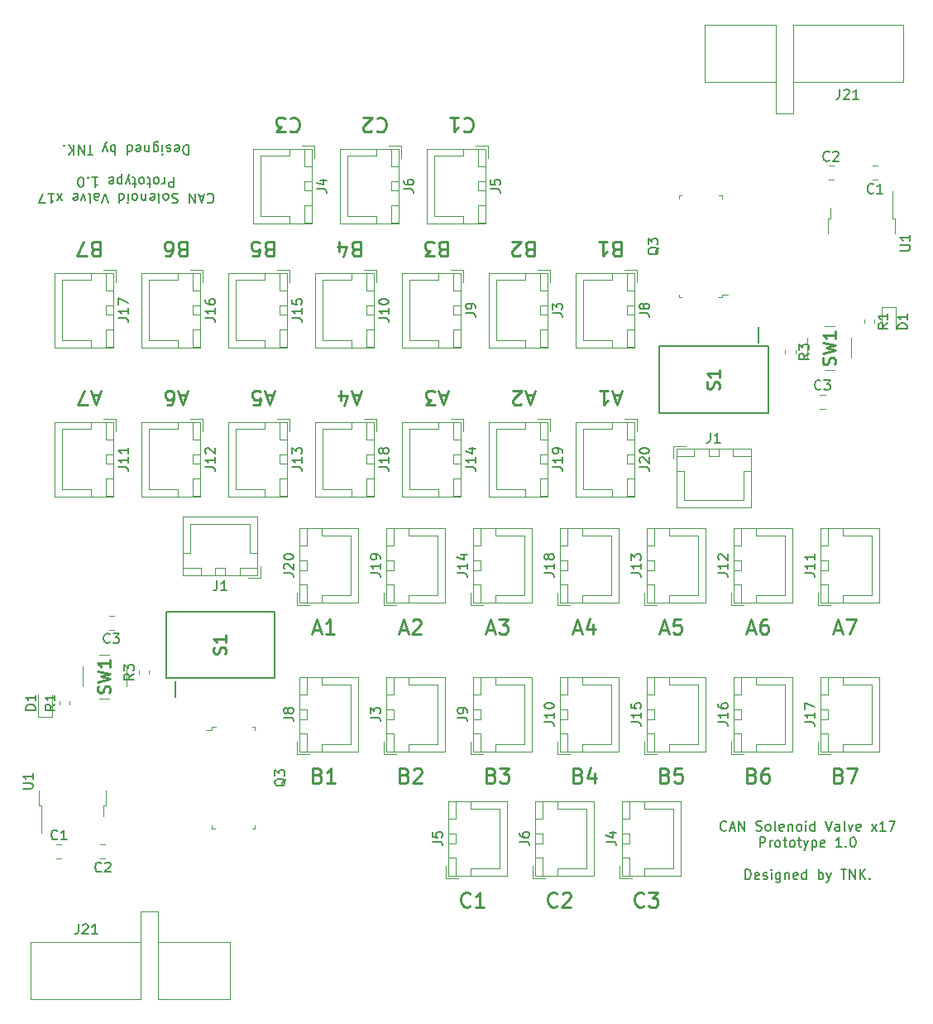
<source format=gto>
G04 #@! TF.GenerationSoftware,KiCad,Pcbnew,(5.1.4)-1*
G04 #@! TF.CreationDate,2019-11-07T17:31:05+09:00*
G04 #@! TF.ProjectId,Solenoid_Valve-fin,536f6c65-6e6f-4696-945f-56616c76652d,rev?*
G04 #@! TF.SameCoordinates,Original*
G04 #@! TF.FileFunction,Legend,Top*
G04 #@! TF.FilePolarity,Positive*
%FSLAX46Y46*%
G04 Gerber Fmt 4.6, Leading zero omitted, Abs format (unit mm)*
G04 Created by KiCad (PCBNEW (5.1.4)-1) date 2019-11-07 17:31:05*
%MOMM*%
%LPD*%
G04 APERTURE LIST*
%ADD10C,0.225000*%
%ADD11C,0.150000*%
%ADD12C,0.120000*%
%ADD13C,0.100000*%
%ADD14C,0.200000*%
%ADD15C,0.254000*%
G04 APERTURE END LIST*
D10*
X146890000Y-39764285D02*
X146961428Y-39692857D01*
X147175714Y-39621428D01*
X147318571Y-39621428D01*
X147532857Y-39692857D01*
X147675714Y-39835714D01*
X147747142Y-39978571D01*
X147818571Y-40264285D01*
X147818571Y-40478571D01*
X147747142Y-40764285D01*
X147675714Y-40907142D01*
X147532857Y-41050000D01*
X147318571Y-41121428D01*
X147175714Y-41121428D01*
X146961428Y-41050000D01*
X146890000Y-40978571D01*
X146390000Y-41121428D02*
X145461428Y-41121428D01*
X145961428Y-40550000D01*
X145747142Y-40550000D01*
X145604285Y-40478571D01*
X145532857Y-40407142D01*
X145461428Y-40264285D01*
X145461428Y-39907142D01*
X145532857Y-39764285D01*
X145604285Y-39692857D01*
X145747142Y-39621428D01*
X146175714Y-39621428D01*
X146318571Y-39692857D01*
X146390000Y-39764285D01*
X126927142Y-53107142D02*
X126712857Y-53035714D01*
X126641428Y-52964285D01*
X126570000Y-52821428D01*
X126570000Y-52607142D01*
X126641428Y-52464285D01*
X126712857Y-52392857D01*
X126855714Y-52321428D01*
X127427142Y-52321428D01*
X127427142Y-53821428D01*
X126927142Y-53821428D01*
X126784285Y-53750000D01*
X126712857Y-53678571D01*
X126641428Y-53535714D01*
X126641428Y-53392857D01*
X126712857Y-53250000D01*
X126784285Y-53178571D01*
X126927142Y-53107142D01*
X127427142Y-53107142D01*
X126070000Y-53821428D02*
X125070000Y-53821428D01*
X125712857Y-52321428D01*
X171377142Y-53107142D02*
X171162857Y-53035714D01*
X171091428Y-52964285D01*
X171020000Y-52821428D01*
X171020000Y-52607142D01*
X171091428Y-52464285D01*
X171162857Y-52392857D01*
X171305714Y-52321428D01*
X171877142Y-52321428D01*
X171877142Y-53821428D01*
X171377142Y-53821428D01*
X171234285Y-53750000D01*
X171162857Y-53678571D01*
X171091428Y-53535714D01*
X171091428Y-53392857D01*
X171162857Y-53250000D01*
X171234285Y-53178571D01*
X171377142Y-53107142D01*
X171877142Y-53107142D01*
X170448571Y-53678571D02*
X170377142Y-53750000D01*
X170234285Y-53821428D01*
X169877142Y-53821428D01*
X169734285Y-53750000D01*
X169662857Y-53678571D01*
X169591428Y-53535714D01*
X169591428Y-53392857D01*
X169662857Y-53178571D01*
X170520000Y-52321428D01*
X169591428Y-52321428D01*
X145171428Y-67990000D02*
X144457142Y-67990000D01*
X145314285Y-67561428D02*
X144814285Y-69061428D01*
X144314285Y-67561428D01*
X143100000Y-69061428D02*
X143814285Y-69061428D01*
X143885714Y-68347142D01*
X143814285Y-68418571D01*
X143671428Y-68490000D01*
X143314285Y-68490000D01*
X143171428Y-68418571D01*
X143100000Y-68347142D01*
X143028571Y-68204285D01*
X143028571Y-67847142D01*
X143100000Y-67704285D01*
X143171428Y-67632857D01*
X143314285Y-67561428D01*
X143671428Y-67561428D01*
X143814285Y-67632857D01*
X143885714Y-67704285D01*
X153597142Y-53107142D02*
X153382857Y-53035714D01*
X153311428Y-52964285D01*
X153240000Y-52821428D01*
X153240000Y-52607142D01*
X153311428Y-52464285D01*
X153382857Y-52392857D01*
X153525714Y-52321428D01*
X154097142Y-52321428D01*
X154097142Y-53821428D01*
X153597142Y-53821428D01*
X153454285Y-53750000D01*
X153382857Y-53678571D01*
X153311428Y-53535714D01*
X153311428Y-53392857D01*
X153382857Y-53250000D01*
X153454285Y-53178571D01*
X153597142Y-53107142D01*
X154097142Y-53107142D01*
X151954285Y-53321428D02*
X151954285Y-52321428D01*
X152311428Y-53892857D02*
X152668571Y-52821428D01*
X151740000Y-52821428D01*
X136281428Y-67990000D02*
X135567142Y-67990000D01*
X136424285Y-67561428D02*
X135924285Y-69061428D01*
X135424285Y-67561428D01*
X134281428Y-69061428D02*
X134567142Y-69061428D01*
X134710000Y-68990000D01*
X134781428Y-68918571D01*
X134924285Y-68704285D01*
X134995714Y-68418571D01*
X134995714Y-67847142D01*
X134924285Y-67704285D01*
X134852857Y-67632857D01*
X134710000Y-67561428D01*
X134424285Y-67561428D01*
X134281428Y-67632857D01*
X134210000Y-67704285D01*
X134138571Y-67847142D01*
X134138571Y-68204285D01*
X134210000Y-68347142D01*
X134281428Y-68418571D01*
X134424285Y-68490000D01*
X134710000Y-68490000D01*
X134852857Y-68418571D01*
X134924285Y-68347142D01*
X134995714Y-68204285D01*
X171841428Y-67990000D02*
X171127142Y-67990000D01*
X171984285Y-67561428D02*
X171484285Y-69061428D01*
X170984285Y-67561428D01*
X170555714Y-68918571D02*
X170484285Y-68990000D01*
X170341428Y-69061428D01*
X169984285Y-69061428D01*
X169841428Y-68990000D01*
X169770000Y-68918571D01*
X169698571Y-68775714D01*
X169698571Y-68632857D01*
X169770000Y-68418571D01*
X170627142Y-67561428D01*
X169698571Y-67561428D01*
D11*
X138439523Y-47497857D02*
X138487142Y-47450238D01*
X138630000Y-47402619D01*
X138725238Y-47402619D01*
X138868095Y-47450238D01*
X138963333Y-47545476D01*
X139010952Y-47640714D01*
X139058571Y-47831190D01*
X139058571Y-47974047D01*
X139010952Y-48164523D01*
X138963333Y-48259761D01*
X138868095Y-48355000D01*
X138725238Y-48402619D01*
X138630000Y-48402619D01*
X138487142Y-48355000D01*
X138439523Y-48307380D01*
X138058571Y-47688333D02*
X137582380Y-47688333D01*
X138153809Y-47402619D02*
X137820476Y-48402619D01*
X137487142Y-47402619D01*
X137153809Y-47402619D02*
X137153809Y-48402619D01*
X136582380Y-47402619D01*
X136582380Y-48402619D01*
X135391904Y-47450238D02*
X135249047Y-47402619D01*
X135010952Y-47402619D01*
X134915714Y-47450238D01*
X134868095Y-47497857D01*
X134820476Y-47593095D01*
X134820476Y-47688333D01*
X134868095Y-47783571D01*
X134915714Y-47831190D01*
X135010952Y-47878809D01*
X135201428Y-47926428D01*
X135296666Y-47974047D01*
X135344285Y-48021666D01*
X135391904Y-48116904D01*
X135391904Y-48212142D01*
X135344285Y-48307380D01*
X135296666Y-48355000D01*
X135201428Y-48402619D01*
X134963333Y-48402619D01*
X134820476Y-48355000D01*
X134249047Y-47402619D02*
X134344285Y-47450238D01*
X134391904Y-47497857D01*
X134439523Y-47593095D01*
X134439523Y-47878809D01*
X134391904Y-47974047D01*
X134344285Y-48021666D01*
X134249047Y-48069285D01*
X134106190Y-48069285D01*
X134010952Y-48021666D01*
X133963333Y-47974047D01*
X133915714Y-47878809D01*
X133915714Y-47593095D01*
X133963333Y-47497857D01*
X134010952Y-47450238D01*
X134106190Y-47402619D01*
X134249047Y-47402619D01*
X133344285Y-47402619D02*
X133439523Y-47450238D01*
X133487142Y-47545476D01*
X133487142Y-48402619D01*
X132582380Y-47450238D02*
X132677619Y-47402619D01*
X132868095Y-47402619D01*
X132963333Y-47450238D01*
X133010952Y-47545476D01*
X133010952Y-47926428D01*
X132963333Y-48021666D01*
X132868095Y-48069285D01*
X132677619Y-48069285D01*
X132582380Y-48021666D01*
X132534761Y-47926428D01*
X132534761Y-47831190D01*
X133010952Y-47735952D01*
X132106190Y-48069285D02*
X132106190Y-47402619D01*
X132106190Y-47974047D02*
X132058571Y-48021666D01*
X131963333Y-48069285D01*
X131820476Y-48069285D01*
X131725238Y-48021666D01*
X131677619Y-47926428D01*
X131677619Y-47402619D01*
X131058571Y-47402619D02*
X131153809Y-47450238D01*
X131201428Y-47497857D01*
X131249047Y-47593095D01*
X131249047Y-47878809D01*
X131201428Y-47974047D01*
X131153809Y-48021666D01*
X131058571Y-48069285D01*
X130915714Y-48069285D01*
X130820476Y-48021666D01*
X130772857Y-47974047D01*
X130725238Y-47878809D01*
X130725238Y-47593095D01*
X130772857Y-47497857D01*
X130820476Y-47450238D01*
X130915714Y-47402619D01*
X131058571Y-47402619D01*
X130296666Y-47402619D02*
X130296666Y-48069285D01*
X130296666Y-48402619D02*
X130344285Y-48355000D01*
X130296666Y-48307380D01*
X130249047Y-48355000D01*
X130296666Y-48402619D01*
X130296666Y-48307380D01*
X129391904Y-47402619D02*
X129391904Y-48402619D01*
X129391904Y-47450238D02*
X129487142Y-47402619D01*
X129677619Y-47402619D01*
X129772857Y-47450238D01*
X129820476Y-47497857D01*
X129868095Y-47593095D01*
X129868095Y-47878809D01*
X129820476Y-47974047D01*
X129772857Y-48021666D01*
X129677619Y-48069285D01*
X129487142Y-48069285D01*
X129391904Y-48021666D01*
X128296666Y-48402619D02*
X127963333Y-47402619D01*
X127630000Y-48402619D01*
X126868095Y-47402619D02*
X126868095Y-47926428D01*
X126915714Y-48021666D01*
X127010952Y-48069285D01*
X127201428Y-48069285D01*
X127296666Y-48021666D01*
X126868095Y-47450238D02*
X126963333Y-47402619D01*
X127201428Y-47402619D01*
X127296666Y-47450238D01*
X127344285Y-47545476D01*
X127344285Y-47640714D01*
X127296666Y-47735952D01*
X127201428Y-47783571D01*
X126963333Y-47783571D01*
X126868095Y-47831190D01*
X126249047Y-47402619D02*
X126344285Y-47450238D01*
X126391904Y-47545476D01*
X126391904Y-48402619D01*
X125963333Y-48069285D02*
X125725238Y-47402619D01*
X125487142Y-48069285D01*
X124725238Y-47450238D02*
X124820476Y-47402619D01*
X125010952Y-47402619D01*
X125106190Y-47450238D01*
X125153809Y-47545476D01*
X125153809Y-47926428D01*
X125106190Y-48021666D01*
X125010952Y-48069285D01*
X124820476Y-48069285D01*
X124725238Y-48021666D01*
X124677619Y-47926428D01*
X124677619Y-47831190D01*
X125153809Y-47735952D01*
X123582380Y-47402619D02*
X123058571Y-48069285D01*
X123582380Y-48069285D02*
X123058571Y-47402619D01*
X122153809Y-47402619D02*
X122725238Y-47402619D01*
X122439523Y-47402619D02*
X122439523Y-48402619D01*
X122534761Y-48259761D01*
X122630000Y-48164523D01*
X122725238Y-48116904D01*
X121820476Y-48402619D02*
X121153809Y-48402619D01*
X121582380Y-47402619D01*
X135010952Y-45752619D02*
X135010952Y-46752619D01*
X134630000Y-46752619D01*
X134534761Y-46705000D01*
X134487142Y-46657380D01*
X134439523Y-46562142D01*
X134439523Y-46419285D01*
X134487142Y-46324047D01*
X134534761Y-46276428D01*
X134630000Y-46228809D01*
X135010952Y-46228809D01*
X134010952Y-45752619D02*
X134010952Y-46419285D01*
X134010952Y-46228809D02*
X133963333Y-46324047D01*
X133915714Y-46371666D01*
X133820476Y-46419285D01*
X133725238Y-46419285D01*
X133249047Y-45752619D02*
X133344285Y-45800238D01*
X133391904Y-45847857D01*
X133439523Y-45943095D01*
X133439523Y-46228809D01*
X133391904Y-46324047D01*
X133344285Y-46371666D01*
X133249047Y-46419285D01*
X133106190Y-46419285D01*
X133010952Y-46371666D01*
X132963333Y-46324047D01*
X132915714Y-46228809D01*
X132915714Y-45943095D01*
X132963333Y-45847857D01*
X133010952Y-45800238D01*
X133106190Y-45752619D01*
X133249047Y-45752619D01*
X132630000Y-46419285D02*
X132249047Y-46419285D01*
X132487142Y-46752619D02*
X132487142Y-45895476D01*
X132439523Y-45800238D01*
X132344285Y-45752619D01*
X132249047Y-45752619D01*
X131772857Y-45752619D02*
X131868095Y-45800238D01*
X131915714Y-45847857D01*
X131963333Y-45943095D01*
X131963333Y-46228809D01*
X131915714Y-46324047D01*
X131868095Y-46371666D01*
X131772857Y-46419285D01*
X131630000Y-46419285D01*
X131534761Y-46371666D01*
X131487142Y-46324047D01*
X131439523Y-46228809D01*
X131439523Y-45943095D01*
X131487142Y-45847857D01*
X131534761Y-45800238D01*
X131630000Y-45752619D01*
X131772857Y-45752619D01*
X131153809Y-46419285D02*
X130772857Y-46419285D01*
X131010952Y-46752619D02*
X131010952Y-45895476D01*
X130963333Y-45800238D01*
X130868095Y-45752619D01*
X130772857Y-45752619D01*
X130534761Y-46419285D02*
X130296666Y-45752619D01*
X130058571Y-46419285D02*
X130296666Y-45752619D01*
X130391904Y-45514523D01*
X130439523Y-45466904D01*
X130534761Y-45419285D01*
X129677619Y-46419285D02*
X129677619Y-45419285D01*
X129677619Y-46371666D02*
X129582380Y-46419285D01*
X129391904Y-46419285D01*
X129296666Y-46371666D01*
X129249047Y-46324047D01*
X129201428Y-46228809D01*
X129201428Y-45943095D01*
X129249047Y-45847857D01*
X129296666Y-45800238D01*
X129391904Y-45752619D01*
X129582380Y-45752619D01*
X129677619Y-45800238D01*
X128391904Y-45800238D02*
X128487142Y-45752619D01*
X128677619Y-45752619D01*
X128772857Y-45800238D01*
X128820476Y-45895476D01*
X128820476Y-46276428D01*
X128772857Y-46371666D01*
X128677619Y-46419285D01*
X128487142Y-46419285D01*
X128391904Y-46371666D01*
X128344285Y-46276428D01*
X128344285Y-46181190D01*
X128820476Y-46085952D01*
X126630000Y-45752619D02*
X127201428Y-45752619D01*
X126915714Y-45752619D02*
X126915714Y-46752619D01*
X127010952Y-46609761D01*
X127106190Y-46514523D01*
X127201428Y-46466904D01*
X126201428Y-45847857D02*
X126153809Y-45800238D01*
X126201428Y-45752619D01*
X126249047Y-45800238D01*
X126201428Y-45847857D01*
X126201428Y-45752619D01*
X125534761Y-46752619D02*
X125439523Y-46752619D01*
X125344285Y-46705000D01*
X125296666Y-46657380D01*
X125249047Y-46562142D01*
X125201428Y-46371666D01*
X125201428Y-46133571D01*
X125249047Y-45943095D01*
X125296666Y-45847857D01*
X125344285Y-45800238D01*
X125439523Y-45752619D01*
X125534761Y-45752619D01*
X125630000Y-45800238D01*
X125677619Y-45847857D01*
X125725238Y-45943095D01*
X125772857Y-46133571D01*
X125772857Y-46371666D01*
X125725238Y-46562142D01*
X125677619Y-46657380D01*
X125630000Y-46705000D01*
X125534761Y-46752619D01*
X136487142Y-42452619D02*
X136487142Y-43452619D01*
X136249047Y-43452619D01*
X136106190Y-43405000D01*
X136010952Y-43309761D01*
X135963333Y-43214523D01*
X135915714Y-43024047D01*
X135915714Y-42881190D01*
X135963333Y-42690714D01*
X136010952Y-42595476D01*
X136106190Y-42500238D01*
X136249047Y-42452619D01*
X136487142Y-42452619D01*
X135106190Y-42500238D02*
X135201428Y-42452619D01*
X135391904Y-42452619D01*
X135487142Y-42500238D01*
X135534761Y-42595476D01*
X135534761Y-42976428D01*
X135487142Y-43071666D01*
X135391904Y-43119285D01*
X135201428Y-43119285D01*
X135106190Y-43071666D01*
X135058571Y-42976428D01*
X135058571Y-42881190D01*
X135534761Y-42785952D01*
X134677619Y-42500238D02*
X134582380Y-42452619D01*
X134391904Y-42452619D01*
X134296666Y-42500238D01*
X134249047Y-42595476D01*
X134249047Y-42643095D01*
X134296666Y-42738333D01*
X134391904Y-42785952D01*
X134534761Y-42785952D01*
X134630000Y-42833571D01*
X134677619Y-42928809D01*
X134677619Y-42976428D01*
X134630000Y-43071666D01*
X134534761Y-43119285D01*
X134391904Y-43119285D01*
X134296666Y-43071666D01*
X133820476Y-42452619D02*
X133820476Y-43119285D01*
X133820476Y-43452619D02*
X133868095Y-43405000D01*
X133820476Y-43357380D01*
X133772857Y-43405000D01*
X133820476Y-43452619D01*
X133820476Y-43357380D01*
X132915714Y-43119285D02*
X132915714Y-42309761D01*
X132963333Y-42214523D01*
X133010952Y-42166904D01*
X133106190Y-42119285D01*
X133249047Y-42119285D01*
X133344285Y-42166904D01*
X132915714Y-42500238D02*
X133010952Y-42452619D01*
X133201428Y-42452619D01*
X133296666Y-42500238D01*
X133344285Y-42547857D01*
X133391904Y-42643095D01*
X133391904Y-42928809D01*
X133344285Y-43024047D01*
X133296666Y-43071666D01*
X133201428Y-43119285D01*
X133010952Y-43119285D01*
X132915714Y-43071666D01*
X132439523Y-43119285D02*
X132439523Y-42452619D01*
X132439523Y-43024047D02*
X132391904Y-43071666D01*
X132296666Y-43119285D01*
X132153809Y-43119285D01*
X132058571Y-43071666D01*
X132010952Y-42976428D01*
X132010952Y-42452619D01*
X131153809Y-42500238D02*
X131249047Y-42452619D01*
X131439523Y-42452619D01*
X131534761Y-42500238D01*
X131582380Y-42595476D01*
X131582380Y-42976428D01*
X131534761Y-43071666D01*
X131439523Y-43119285D01*
X131249047Y-43119285D01*
X131153809Y-43071666D01*
X131106190Y-42976428D01*
X131106190Y-42881190D01*
X131582380Y-42785952D01*
X130249047Y-42452619D02*
X130249047Y-43452619D01*
X130249047Y-42500238D02*
X130344285Y-42452619D01*
X130534761Y-42452619D01*
X130630000Y-42500238D01*
X130677619Y-42547857D01*
X130725238Y-42643095D01*
X130725238Y-42928809D01*
X130677619Y-43024047D01*
X130630000Y-43071666D01*
X130534761Y-43119285D01*
X130344285Y-43119285D01*
X130249047Y-43071666D01*
X129010952Y-42452619D02*
X129010952Y-43452619D01*
X129010952Y-43071666D02*
X128915714Y-43119285D01*
X128725238Y-43119285D01*
X128630000Y-43071666D01*
X128582380Y-43024047D01*
X128534761Y-42928809D01*
X128534761Y-42643095D01*
X128582380Y-42547857D01*
X128630000Y-42500238D01*
X128725238Y-42452619D01*
X128915714Y-42452619D01*
X129010952Y-42500238D01*
X128201428Y-43119285D02*
X127963333Y-42452619D01*
X127725238Y-43119285D02*
X127963333Y-42452619D01*
X128058571Y-42214523D01*
X128106190Y-42166904D01*
X128201428Y-42119285D01*
X126725238Y-43452619D02*
X126153809Y-43452619D01*
X126439523Y-42452619D02*
X126439523Y-43452619D01*
X125820476Y-42452619D02*
X125820476Y-43452619D01*
X125249047Y-42452619D01*
X125249047Y-43452619D01*
X124772857Y-42452619D02*
X124772857Y-43452619D01*
X124201428Y-42452619D02*
X124630000Y-43024047D01*
X124201428Y-43452619D02*
X124772857Y-42881190D01*
X123772857Y-42547857D02*
X123725238Y-42500238D01*
X123772857Y-42452619D01*
X123820476Y-42500238D01*
X123772857Y-42547857D01*
X123772857Y-42452619D01*
D10*
X180267142Y-53107142D02*
X180052857Y-53035714D01*
X179981428Y-52964285D01*
X179910000Y-52821428D01*
X179910000Y-52607142D01*
X179981428Y-52464285D01*
X180052857Y-52392857D01*
X180195714Y-52321428D01*
X180767142Y-52321428D01*
X180767142Y-53821428D01*
X180267142Y-53821428D01*
X180124285Y-53750000D01*
X180052857Y-53678571D01*
X179981428Y-53535714D01*
X179981428Y-53392857D01*
X180052857Y-53250000D01*
X180124285Y-53178571D01*
X180267142Y-53107142D01*
X180767142Y-53107142D01*
X178481428Y-52321428D02*
X179338571Y-52321428D01*
X178910000Y-52321428D02*
X178910000Y-53821428D01*
X179052857Y-53607142D01*
X179195714Y-53464285D01*
X179338571Y-53392857D01*
X164670000Y-39764285D02*
X164741428Y-39692857D01*
X164955714Y-39621428D01*
X165098571Y-39621428D01*
X165312857Y-39692857D01*
X165455714Y-39835714D01*
X165527142Y-39978571D01*
X165598571Y-40264285D01*
X165598571Y-40478571D01*
X165527142Y-40764285D01*
X165455714Y-40907142D01*
X165312857Y-41050000D01*
X165098571Y-41121428D01*
X164955714Y-41121428D01*
X164741428Y-41050000D01*
X164670000Y-40978571D01*
X163241428Y-39621428D02*
X164098571Y-39621428D01*
X163670000Y-39621428D02*
X163670000Y-41121428D01*
X163812857Y-40907142D01*
X163955714Y-40764285D01*
X164098571Y-40692857D01*
X144707142Y-53107142D02*
X144492857Y-53035714D01*
X144421428Y-52964285D01*
X144350000Y-52821428D01*
X144350000Y-52607142D01*
X144421428Y-52464285D01*
X144492857Y-52392857D01*
X144635714Y-52321428D01*
X145207142Y-52321428D01*
X145207142Y-53821428D01*
X144707142Y-53821428D01*
X144564285Y-53750000D01*
X144492857Y-53678571D01*
X144421428Y-53535714D01*
X144421428Y-53392857D01*
X144492857Y-53250000D01*
X144564285Y-53178571D01*
X144707142Y-53107142D01*
X145207142Y-53107142D01*
X142992857Y-53821428D02*
X143707142Y-53821428D01*
X143778571Y-53107142D01*
X143707142Y-53178571D01*
X143564285Y-53250000D01*
X143207142Y-53250000D01*
X143064285Y-53178571D01*
X142992857Y-53107142D01*
X142921428Y-52964285D01*
X142921428Y-52607142D01*
X142992857Y-52464285D01*
X143064285Y-52392857D01*
X143207142Y-52321428D01*
X143564285Y-52321428D01*
X143707142Y-52392857D01*
X143778571Y-52464285D01*
X180731428Y-67990000D02*
X180017142Y-67990000D01*
X180874285Y-67561428D02*
X180374285Y-69061428D01*
X179874285Y-67561428D01*
X178588571Y-67561428D02*
X179445714Y-67561428D01*
X179017142Y-67561428D02*
X179017142Y-69061428D01*
X179160000Y-68847142D01*
X179302857Y-68704285D01*
X179445714Y-68632857D01*
X162951428Y-67990000D02*
X162237142Y-67990000D01*
X163094285Y-67561428D02*
X162594285Y-69061428D01*
X162094285Y-67561428D01*
X161737142Y-69061428D02*
X160808571Y-69061428D01*
X161308571Y-68490000D01*
X161094285Y-68490000D01*
X160951428Y-68418571D01*
X160880000Y-68347142D01*
X160808571Y-68204285D01*
X160808571Y-67847142D01*
X160880000Y-67704285D01*
X160951428Y-67632857D01*
X161094285Y-67561428D01*
X161522857Y-67561428D01*
X161665714Y-67632857D01*
X161737142Y-67704285D01*
X127391428Y-67990000D02*
X126677142Y-67990000D01*
X127534285Y-67561428D02*
X127034285Y-69061428D01*
X126534285Y-67561428D01*
X126177142Y-69061428D02*
X125177142Y-69061428D01*
X125820000Y-67561428D01*
X162487142Y-53107142D02*
X162272857Y-53035714D01*
X162201428Y-52964285D01*
X162130000Y-52821428D01*
X162130000Y-52607142D01*
X162201428Y-52464285D01*
X162272857Y-52392857D01*
X162415714Y-52321428D01*
X162987142Y-52321428D01*
X162987142Y-53821428D01*
X162487142Y-53821428D01*
X162344285Y-53750000D01*
X162272857Y-53678571D01*
X162201428Y-53535714D01*
X162201428Y-53392857D01*
X162272857Y-53250000D01*
X162344285Y-53178571D01*
X162487142Y-53107142D01*
X162987142Y-53107142D01*
X161630000Y-53821428D02*
X160701428Y-53821428D01*
X161201428Y-53250000D01*
X160987142Y-53250000D01*
X160844285Y-53178571D01*
X160772857Y-53107142D01*
X160701428Y-52964285D01*
X160701428Y-52607142D01*
X160772857Y-52464285D01*
X160844285Y-52392857D01*
X160987142Y-52321428D01*
X161415714Y-52321428D01*
X161558571Y-52392857D01*
X161630000Y-52464285D01*
X135817142Y-53107142D02*
X135602857Y-53035714D01*
X135531428Y-52964285D01*
X135460000Y-52821428D01*
X135460000Y-52607142D01*
X135531428Y-52464285D01*
X135602857Y-52392857D01*
X135745714Y-52321428D01*
X136317142Y-52321428D01*
X136317142Y-53821428D01*
X135817142Y-53821428D01*
X135674285Y-53750000D01*
X135602857Y-53678571D01*
X135531428Y-53535714D01*
X135531428Y-53392857D01*
X135602857Y-53250000D01*
X135674285Y-53178571D01*
X135817142Y-53107142D01*
X136317142Y-53107142D01*
X134174285Y-53821428D02*
X134460000Y-53821428D01*
X134602857Y-53750000D01*
X134674285Y-53678571D01*
X134817142Y-53464285D01*
X134888571Y-53178571D01*
X134888571Y-52607142D01*
X134817142Y-52464285D01*
X134745714Y-52392857D01*
X134602857Y-52321428D01*
X134317142Y-52321428D01*
X134174285Y-52392857D01*
X134102857Y-52464285D01*
X134031428Y-52607142D01*
X134031428Y-52964285D01*
X134102857Y-53107142D01*
X134174285Y-53178571D01*
X134317142Y-53250000D01*
X134602857Y-53250000D01*
X134745714Y-53178571D01*
X134817142Y-53107142D01*
X134888571Y-52964285D01*
X154061428Y-67990000D02*
X153347142Y-67990000D01*
X154204285Y-67561428D02*
X153704285Y-69061428D01*
X153204285Y-67561428D01*
X152061428Y-68561428D02*
X152061428Y-67561428D01*
X152418571Y-69132857D02*
X152775714Y-68061428D01*
X151847142Y-68061428D01*
X155780000Y-39764285D02*
X155851428Y-39692857D01*
X156065714Y-39621428D01*
X156208571Y-39621428D01*
X156422857Y-39692857D01*
X156565714Y-39835714D01*
X156637142Y-39978571D01*
X156708571Y-40264285D01*
X156708571Y-40478571D01*
X156637142Y-40764285D01*
X156565714Y-40907142D01*
X156422857Y-41050000D01*
X156208571Y-41121428D01*
X156065714Y-41121428D01*
X155851428Y-41050000D01*
X155780000Y-40978571D01*
X155208571Y-40978571D02*
X155137142Y-41050000D01*
X154994285Y-41121428D01*
X154637142Y-41121428D01*
X154494285Y-41050000D01*
X154422857Y-40978571D01*
X154351428Y-40835714D01*
X154351428Y-40692857D01*
X154422857Y-40478571D01*
X155280000Y-39621428D01*
X154351428Y-39621428D01*
D11*
X191560476Y-112502142D02*
X191512857Y-112549761D01*
X191370000Y-112597380D01*
X191274761Y-112597380D01*
X191131904Y-112549761D01*
X191036666Y-112454523D01*
X190989047Y-112359285D01*
X190941428Y-112168809D01*
X190941428Y-112025952D01*
X190989047Y-111835476D01*
X191036666Y-111740238D01*
X191131904Y-111645000D01*
X191274761Y-111597380D01*
X191370000Y-111597380D01*
X191512857Y-111645000D01*
X191560476Y-111692619D01*
X191941428Y-112311666D02*
X192417619Y-112311666D01*
X191846190Y-112597380D02*
X192179523Y-111597380D01*
X192512857Y-112597380D01*
X192846190Y-112597380D02*
X192846190Y-111597380D01*
X193417619Y-112597380D01*
X193417619Y-111597380D01*
X194608095Y-112549761D02*
X194750952Y-112597380D01*
X194989047Y-112597380D01*
X195084285Y-112549761D01*
X195131904Y-112502142D01*
X195179523Y-112406904D01*
X195179523Y-112311666D01*
X195131904Y-112216428D01*
X195084285Y-112168809D01*
X194989047Y-112121190D01*
X194798571Y-112073571D01*
X194703333Y-112025952D01*
X194655714Y-111978333D01*
X194608095Y-111883095D01*
X194608095Y-111787857D01*
X194655714Y-111692619D01*
X194703333Y-111645000D01*
X194798571Y-111597380D01*
X195036666Y-111597380D01*
X195179523Y-111645000D01*
X195750952Y-112597380D02*
X195655714Y-112549761D01*
X195608095Y-112502142D01*
X195560476Y-112406904D01*
X195560476Y-112121190D01*
X195608095Y-112025952D01*
X195655714Y-111978333D01*
X195750952Y-111930714D01*
X195893809Y-111930714D01*
X195989047Y-111978333D01*
X196036666Y-112025952D01*
X196084285Y-112121190D01*
X196084285Y-112406904D01*
X196036666Y-112502142D01*
X195989047Y-112549761D01*
X195893809Y-112597380D01*
X195750952Y-112597380D01*
X196655714Y-112597380D02*
X196560476Y-112549761D01*
X196512857Y-112454523D01*
X196512857Y-111597380D01*
X197417619Y-112549761D02*
X197322380Y-112597380D01*
X197131904Y-112597380D01*
X197036666Y-112549761D01*
X196989047Y-112454523D01*
X196989047Y-112073571D01*
X197036666Y-111978333D01*
X197131904Y-111930714D01*
X197322380Y-111930714D01*
X197417619Y-111978333D01*
X197465238Y-112073571D01*
X197465238Y-112168809D01*
X196989047Y-112264047D01*
X197893809Y-111930714D02*
X197893809Y-112597380D01*
X197893809Y-112025952D02*
X197941428Y-111978333D01*
X198036666Y-111930714D01*
X198179523Y-111930714D01*
X198274761Y-111978333D01*
X198322380Y-112073571D01*
X198322380Y-112597380D01*
X198941428Y-112597380D02*
X198846190Y-112549761D01*
X198798571Y-112502142D01*
X198750952Y-112406904D01*
X198750952Y-112121190D01*
X198798571Y-112025952D01*
X198846190Y-111978333D01*
X198941428Y-111930714D01*
X199084285Y-111930714D01*
X199179523Y-111978333D01*
X199227142Y-112025952D01*
X199274761Y-112121190D01*
X199274761Y-112406904D01*
X199227142Y-112502142D01*
X199179523Y-112549761D01*
X199084285Y-112597380D01*
X198941428Y-112597380D01*
X199703333Y-112597380D02*
X199703333Y-111930714D01*
X199703333Y-111597380D02*
X199655714Y-111645000D01*
X199703333Y-111692619D01*
X199750952Y-111645000D01*
X199703333Y-111597380D01*
X199703333Y-111692619D01*
X200608095Y-112597380D02*
X200608095Y-111597380D01*
X200608095Y-112549761D02*
X200512857Y-112597380D01*
X200322380Y-112597380D01*
X200227142Y-112549761D01*
X200179523Y-112502142D01*
X200131904Y-112406904D01*
X200131904Y-112121190D01*
X200179523Y-112025952D01*
X200227142Y-111978333D01*
X200322380Y-111930714D01*
X200512857Y-111930714D01*
X200608095Y-111978333D01*
X201703333Y-111597380D02*
X202036666Y-112597380D01*
X202370000Y-111597380D01*
X203131904Y-112597380D02*
X203131904Y-112073571D01*
X203084285Y-111978333D01*
X202989047Y-111930714D01*
X202798571Y-111930714D01*
X202703333Y-111978333D01*
X203131904Y-112549761D02*
X203036666Y-112597380D01*
X202798571Y-112597380D01*
X202703333Y-112549761D01*
X202655714Y-112454523D01*
X202655714Y-112359285D01*
X202703333Y-112264047D01*
X202798571Y-112216428D01*
X203036666Y-112216428D01*
X203131904Y-112168809D01*
X203750952Y-112597380D02*
X203655714Y-112549761D01*
X203608095Y-112454523D01*
X203608095Y-111597380D01*
X204036666Y-111930714D02*
X204274761Y-112597380D01*
X204512857Y-111930714D01*
X205274761Y-112549761D02*
X205179523Y-112597380D01*
X204989047Y-112597380D01*
X204893809Y-112549761D01*
X204846190Y-112454523D01*
X204846190Y-112073571D01*
X204893809Y-111978333D01*
X204989047Y-111930714D01*
X205179523Y-111930714D01*
X205274761Y-111978333D01*
X205322380Y-112073571D01*
X205322380Y-112168809D01*
X204846190Y-112264047D01*
X206417619Y-112597380D02*
X206941428Y-111930714D01*
X206417619Y-111930714D02*
X206941428Y-112597380D01*
X207846190Y-112597380D02*
X207274761Y-112597380D01*
X207560476Y-112597380D02*
X207560476Y-111597380D01*
X207465238Y-111740238D01*
X207370000Y-111835476D01*
X207274761Y-111883095D01*
X208179523Y-111597380D02*
X208846190Y-111597380D01*
X208417619Y-112597380D01*
X194989047Y-114247380D02*
X194989047Y-113247380D01*
X195370000Y-113247380D01*
X195465238Y-113295000D01*
X195512857Y-113342619D01*
X195560476Y-113437857D01*
X195560476Y-113580714D01*
X195512857Y-113675952D01*
X195465238Y-113723571D01*
X195370000Y-113771190D01*
X194989047Y-113771190D01*
X195989047Y-114247380D02*
X195989047Y-113580714D01*
X195989047Y-113771190D02*
X196036666Y-113675952D01*
X196084285Y-113628333D01*
X196179523Y-113580714D01*
X196274761Y-113580714D01*
X196750952Y-114247380D02*
X196655714Y-114199761D01*
X196608095Y-114152142D01*
X196560476Y-114056904D01*
X196560476Y-113771190D01*
X196608095Y-113675952D01*
X196655714Y-113628333D01*
X196750952Y-113580714D01*
X196893809Y-113580714D01*
X196989047Y-113628333D01*
X197036666Y-113675952D01*
X197084285Y-113771190D01*
X197084285Y-114056904D01*
X197036666Y-114152142D01*
X196989047Y-114199761D01*
X196893809Y-114247380D01*
X196750952Y-114247380D01*
X197370000Y-113580714D02*
X197750952Y-113580714D01*
X197512857Y-113247380D02*
X197512857Y-114104523D01*
X197560476Y-114199761D01*
X197655714Y-114247380D01*
X197750952Y-114247380D01*
X198227142Y-114247380D02*
X198131904Y-114199761D01*
X198084285Y-114152142D01*
X198036666Y-114056904D01*
X198036666Y-113771190D01*
X198084285Y-113675952D01*
X198131904Y-113628333D01*
X198227142Y-113580714D01*
X198370000Y-113580714D01*
X198465238Y-113628333D01*
X198512857Y-113675952D01*
X198560476Y-113771190D01*
X198560476Y-114056904D01*
X198512857Y-114152142D01*
X198465238Y-114199761D01*
X198370000Y-114247380D01*
X198227142Y-114247380D01*
X198846190Y-113580714D02*
X199227142Y-113580714D01*
X198989047Y-113247380D02*
X198989047Y-114104523D01*
X199036666Y-114199761D01*
X199131904Y-114247380D01*
X199227142Y-114247380D01*
X199465238Y-113580714D02*
X199703333Y-114247380D01*
X199941428Y-113580714D02*
X199703333Y-114247380D01*
X199608095Y-114485476D01*
X199560476Y-114533095D01*
X199465238Y-114580714D01*
X200322380Y-113580714D02*
X200322380Y-114580714D01*
X200322380Y-113628333D02*
X200417619Y-113580714D01*
X200608095Y-113580714D01*
X200703333Y-113628333D01*
X200750952Y-113675952D01*
X200798571Y-113771190D01*
X200798571Y-114056904D01*
X200750952Y-114152142D01*
X200703333Y-114199761D01*
X200608095Y-114247380D01*
X200417619Y-114247380D01*
X200322380Y-114199761D01*
X201608095Y-114199761D02*
X201512857Y-114247380D01*
X201322380Y-114247380D01*
X201227142Y-114199761D01*
X201179523Y-114104523D01*
X201179523Y-113723571D01*
X201227142Y-113628333D01*
X201322380Y-113580714D01*
X201512857Y-113580714D01*
X201608095Y-113628333D01*
X201655714Y-113723571D01*
X201655714Y-113818809D01*
X201179523Y-113914047D01*
X203370000Y-114247380D02*
X202798571Y-114247380D01*
X203084285Y-114247380D02*
X203084285Y-113247380D01*
X202989047Y-113390238D01*
X202893809Y-113485476D01*
X202798571Y-113533095D01*
X203798571Y-114152142D02*
X203846190Y-114199761D01*
X203798571Y-114247380D01*
X203750952Y-114199761D01*
X203798571Y-114152142D01*
X203798571Y-114247380D01*
X204465238Y-113247380D02*
X204560476Y-113247380D01*
X204655714Y-113295000D01*
X204703333Y-113342619D01*
X204750952Y-113437857D01*
X204798571Y-113628333D01*
X204798571Y-113866428D01*
X204750952Y-114056904D01*
X204703333Y-114152142D01*
X204655714Y-114199761D01*
X204560476Y-114247380D01*
X204465238Y-114247380D01*
X204370000Y-114199761D01*
X204322380Y-114152142D01*
X204274761Y-114056904D01*
X204227142Y-113866428D01*
X204227142Y-113628333D01*
X204274761Y-113437857D01*
X204322380Y-113342619D01*
X204370000Y-113295000D01*
X204465238Y-113247380D01*
X193512857Y-117547380D02*
X193512857Y-116547380D01*
X193750952Y-116547380D01*
X193893809Y-116595000D01*
X193989047Y-116690238D01*
X194036666Y-116785476D01*
X194084285Y-116975952D01*
X194084285Y-117118809D01*
X194036666Y-117309285D01*
X193989047Y-117404523D01*
X193893809Y-117499761D01*
X193750952Y-117547380D01*
X193512857Y-117547380D01*
X194893809Y-117499761D02*
X194798571Y-117547380D01*
X194608095Y-117547380D01*
X194512857Y-117499761D01*
X194465238Y-117404523D01*
X194465238Y-117023571D01*
X194512857Y-116928333D01*
X194608095Y-116880714D01*
X194798571Y-116880714D01*
X194893809Y-116928333D01*
X194941428Y-117023571D01*
X194941428Y-117118809D01*
X194465238Y-117214047D01*
X195322380Y-117499761D02*
X195417619Y-117547380D01*
X195608095Y-117547380D01*
X195703333Y-117499761D01*
X195750952Y-117404523D01*
X195750952Y-117356904D01*
X195703333Y-117261666D01*
X195608095Y-117214047D01*
X195465238Y-117214047D01*
X195370000Y-117166428D01*
X195322380Y-117071190D01*
X195322380Y-117023571D01*
X195370000Y-116928333D01*
X195465238Y-116880714D01*
X195608095Y-116880714D01*
X195703333Y-116928333D01*
X196179523Y-117547380D02*
X196179523Y-116880714D01*
X196179523Y-116547380D02*
X196131904Y-116595000D01*
X196179523Y-116642619D01*
X196227142Y-116595000D01*
X196179523Y-116547380D01*
X196179523Y-116642619D01*
X197084285Y-116880714D02*
X197084285Y-117690238D01*
X197036666Y-117785476D01*
X196989047Y-117833095D01*
X196893809Y-117880714D01*
X196750952Y-117880714D01*
X196655714Y-117833095D01*
X197084285Y-117499761D02*
X196989047Y-117547380D01*
X196798571Y-117547380D01*
X196703333Y-117499761D01*
X196655714Y-117452142D01*
X196608095Y-117356904D01*
X196608095Y-117071190D01*
X196655714Y-116975952D01*
X196703333Y-116928333D01*
X196798571Y-116880714D01*
X196989047Y-116880714D01*
X197084285Y-116928333D01*
X197560476Y-116880714D02*
X197560476Y-117547380D01*
X197560476Y-116975952D02*
X197608095Y-116928333D01*
X197703333Y-116880714D01*
X197846190Y-116880714D01*
X197941428Y-116928333D01*
X197989047Y-117023571D01*
X197989047Y-117547380D01*
X198846190Y-117499761D02*
X198750952Y-117547380D01*
X198560476Y-117547380D01*
X198465238Y-117499761D01*
X198417619Y-117404523D01*
X198417619Y-117023571D01*
X198465238Y-116928333D01*
X198560476Y-116880714D01*
X198750952Y-116880714D01*
X198846190Y-116928333D01*
X198893809Y-117023571D01*
X198893809Y-117118809D01*
X198417619Y-117214047D01*
X199750952Y-117547380D02*
X199750952Y-116547380D01*
X199750952Y-117499761D02*
X199655714Y-117547380D01*
X199465238Y-117547380D01*
X199370000Y-117499761D01*
X199322380Y-117452142D01*
X199274761Y-117356904D01*
X199274761Y-117071190D01*
X199322380Y-116975952D01*
X199370000Y-116928333D01*
X199465238Y-116880714D01*
X199655714Y-116880714D01*
X199750952Y-116928333D01*
X200989047Y-117547380D02*
X200989047Y-116547380D01*
X200989047Y-116928333D02*
X201084285Y-116880714D01*
X201274761Y-116880714D01*
X201370000Y-116928333D01*
X201417619Y-116975952D01*
X201465238Y-117071190D01*
X201465238Y-117356904D01*
X201417619Y-117452142D01*
X201370000Y-117499761D01*
X201274761Y-117547380D01*
X201084285Y-117547380D01*
X200989047Y-117499761D01*
X201798571Y-116880714D02*
X202036666Y-117547380D01*
X202274761Y-116880714D02*
X202036666Y-117547380D01*
X201941428Y-117785476D01*
X201893809Y-117833095D01*
X201798571Y-117880714D01*
X203274761Y-116547380D02*
X203846190Y-116547380D01*
X203560476Y-117547380D02*
X203560476Y-116547380D01*
X204179523Y-117547380D02*
X204179523Y-116547380D01*
X204750952Y-117547380D01*
X204750952Y-116547380D01*
X205227142Y-117547380D02*
X205227142Y-116547380D01*
X205798571Y-117547380D02*
X205370000Y-116975952D01*
X205798571Y-116547380D02*
X205227142Y-117118809D01*
X206227142Y-117452142D02*
X206274761Y-117499761D01*
X206227142Y-117547380D01*
X206179523Y-117499761D01*
X206227142Y-117452142D01*
X206227142Y-117547380D01*
D10*
X183110000Y-120235714D02*
X183038571Y-120307142D01*
X182824285Y-120378571D01*
X182681428Y-120378571D01*
X182467142Y-120307142D01*
X182324285Y-120164285D01*
X182252857Y-120021428D01*
X182181428Y-119735714D01*
X182181428Y-119521428D01*
X182252857Y-119235714D01*
X182324285Y-119092857D01*
X182467142Y-118950000D01*
X182681428Y-118878571D01*
X182824285Y-118878571D01*
X183038571Y-118950000D01*
X183110000Y-119021428D01*
X183610000Y-118878571D02*
X184538571Y-118878571D01*
X184038571Y-119450000D01*
X184252857Y-119450000D01*
X184395714Y-119521428D01*
X184467142Y-119592857D01*
X184538571Y-119735714D01*
X184538571Y-120092857D01*
X184467142Y-120235714D01*
X184395714Y-120307142D01*
X184252857Y-120378571D01*
X183824285Y-120378571D01*
X183681428Y-120307142D01*
X183610000Y-120235714D01*
X174220000Y-120235714D02*
X174148571Y-120307142D01*
X173934285Y-120378571D01*
X173791428Y-120378571D01*
X173577142Y-120307142D01*
X173434285Y-120164285D01*
X173362857Y-120021428D01*
X173291428Y-119735714D01*
X173291428Y-119521428D01*
X173362857Y-119235714D01*
X173434285Y-119092857D01*
X173577142Y-118950000D01*
X173791428Y-118878571D01*
X173934285Y-118878571D01*
X174148571Y-118950000D01*
X174220000Y-119021428D01*
X174791428Y-119021428D02*
X174862857Y-118950000D01*
X175005714Y-118878571D01*
X175362857Y-118878571D01*
X175505714Y-118950000D01*
X175577142Y-119021428D01*
X175648571Y-119164285D01*
X175648571Y-119307142D01*
X175577142Y-119521428D01*
X174720000Y-120378571D01*
X175648571Y-120378571D01*
X165330000Y-120235714D02*
X165258571Y-120307142D01*
X165044285Y-120378571D01*
X164901428Y-120378571D01*
X164687142Y-120307142D01*
X164544285Y-120164285D01*
X164472857Y-120021428D01*
X164401428Y-119735714D01*
X164401428Y-119521428D01*
X164472857Y-119235714D01*
X164544285Y-119092857D01*
X164687142Y-118950000D01*
X164901428Y-118878571D01*
X165044285Y-118878571D01*
X165258571Y-118950000D01*
X165330000Y-119021428D01*
X166758571Y-120378571D02*
X165901428Y-120378571D01*
X166330000Y-120378571D02*
X166330000Y-118878571D01*
X166187142Y-119092857D01*
X166044285Y-119235714D01*
X165901428Y-119307142D01*
X203072857Y-106892857D02*
X203287142Y-106964285D01*
X203358571Y-107035714D01*
X203430000Y-107178571D01*
X203430000Y-107392857D01*
X203358571Y-107535714D01*
X203287142Y-107607142D01*
X203144285Y-107678571D01*
X202572857Y-107678571D01*
X202572857Y-106178571D01*
X203072857Y-106178571D01*
X203215714Y-106250000D01*
X203287142Y-106321428D01*
X203358571Y-106464285D01*
X203358571Y-106607142D01*
X203287142Y-106750000D01*
X203215714Y-106821428D01*
X203072857Y-106892857D01*
X202572857Y-106892857D01*
X203930000Y-106178571D02*
X204930000Y-106178571D01*
X204287142Y-107678571D01*
X194182857Y-106892857D02*
X194397142Y-106964285D01*
X194468571Y-107035714D01*
X194540000Y-107178571D01*
X194540000Y-107392857D01*
X194468571Y-107535714D01*
X194397142Y-107607142D01*
X194254285Y-107678571D01*
X193682857Y-107678571D01*
X193682857Y-106178571D01*
X194182857Y-106178571D01*
X194325714Y-106250000D01*
X194397142Y-106321428D01*
X194468571Y-106464285D01*
X194468571Y-106607142D01*
X194397142Y-106750000D01*
X194325714Y-106821428D01*
X194182857Y-106892857D01*
X193682857Y-106892857D01*
X195825714Y-106178571D02*
X195540000Y-106178571D01*
X195397142Y-106250000D01*
X195325714Y-106321428D01*
X195182857Y-106535714D01*
X195111428Y-106821428D01*
X195111428Y-107392857D01*
X195182857Y-107535714D01*
X195254285Y-107607142D01*
X195397142Y-107678571D01*
X195682857Y-107678571D01*
X195825714Y-107607142D01*
X195897142Y-107535714D01*
X195968571Y-107392857D01*
X195968571Y-107035714D01*
X195897142Y-106892857D01*
X195825714Y-106821428D01*
X195682857Y-106750000D01*
X195397142Y-106750000D01*
X195254285Y-106821428D01*
X195182857Y-106892857D01*
X195111428Y-107035714D01*
X185292857Y-106892857D02*
X185507142Y-106964285D01*
X185578571Y-107035714D01*
X185650000Y-107178571D01*
X185650000Y-107392857D01*
X185578571Y-107535714D01*
X185507142Y-107607142D01*
X185364285Y-107678571D01*
X184792857Y-107678571D01*
X184792857Y-106178571D01*
X185292857Y-106178571D01*
X185435714Y-106250000D01*
X185507142Y-106321428D01*
X185578571Y-106464285D01*
X185578571Y-106607142D01*
X185507142Y-106750000D01*
X185435714Y-106821428D01*
X185292857Y-106892857D01*
X184792857Y-106892857D01*
X187007142Y-106178571D02*
X186292857Y-106178571D01*
X186221428Y-106892857D01*
X186292857Y-106821428D01*
X186435714Y-106750000D01*
X186792857Y-106750000D01*
X186935714Y-106821428D01*
X187007142Y-106892857D01*
X187078571Y-107035714D01*
X187078571Y-107392857D01*
X187007142Y-107535714D01*
X186935714Y-107607142D01*
X186792857Y-107678571D01*
X186435714Y-107678571D01*
X186292857Y-107607142D01*
X186221428Y-107535714D01*
X176402857Y-106892857D02*
X176617142Y-106964285D01*
X176688571Y-107035714D01*
X176760000Y-107178571D01*
X176760000Y-107392857D01*
X176688571Y-107535714D01*
X176617142Y-107607142D01*
X176474285Y-107678571D01*
X175902857Y-107678571D01*
X175902857Y-106178571D01*
X176402857Y-106178571D01*
X176545714Y-106250000D01*
X176617142Y-106321428D01*
X176688571Y-106464285D01*
X176688571Y-106607142D01*
X176617142Y-106750000D01*
X176545714Y-106821428D01*
X176402857Y-106892857D01*
X175902857Y-106892857D01*
X178045714Y-106678571D02*
X178045714Y-107678571D01*
X177688571Y-106107142D02*
X177331428Y-107178571D01*
X178260000Y-107178571D01*
X167512857Y-106892857D02*
X167727142Y-106964285D01*
X167798571Y-107035714D01*
X167870000Y-107178571D01*
X167870000Y-107392857D01*
X167798571Y-107535714D01*
X167727142Y-107607142D01*
X167584285Y-107678571D01*
X167012857Y-107678571D01*
X167012857Y-106178571D01*
X167512857Y-106178571D01*
X167655714Y-106250000D01*
X167727142Y-106321428D01*
X167798571Y-106464285D01*
X167798571Y-106607142D01*
X167727142Y-106750000D01*
X167655714Y-106821428D01*
X167512857Y-106892857D01*
X167012857Y-106892857D01*
X168370000Y-106178571D02*
X169298571Y-106178571D01*
X168798571Y-106750000D01*
X169012857Y-106750000D01*
X169155714Y-106821428D01*
X169227142Y-106892857D01*
X169298571Y-107035714D01*
X169298571Y-107392857D01*
X169227142Y-107535714D01*
X169155714Y-107607142D01*
X169012857Y-107678571D01*
X168584285Y-107678571D01*
X168441428Y-107607142D01*
X168370000Y-107535714D01*
X158622857Y-106892857D02*
X158837142Y-106964285D01*
X158908571Y-107035714D01*
X158980000Y-107178571D01*
X158980000Y-107392857D01*
X158908571Y-107535714D01*
X158837142Y-107607142D01*
X158694285Y-107678571D01*
X158122857Y-107678571D01*
X158122857Y-106178571D01*
X158622857Y-106178571D01*
X158765714Y-106250000D01*
X158837142Y-106321428D01*
X158908571Y-106464285D01*
X158908571Y-106607142D01*
X158837142Y-106750000D01*
X158765714Y-106821428D01*
X158622857Y-106892857D01*
X158122857Y-106892857D01*
X159551428Y-106321428D02*
X159622857Y-106250000D01*
X159765714Y-106178571D01*
X160122857Y-106178571D01*
X160265714Y-106250000D01*
X160337142Y-106321428D01*
X160408571Y-106464285D01*
X160408571Y-106607142D01*
X160337142Y-106821428D01*
X159480000Y-107678571D01*
X160408571Y-107678571D01*
X149732857Y-106892857D02*
X149947142Y-106964285D01*
X150018571Y-107035714D01*
X150090000Y-107178571D01*
X150090000Y-107392857D01*
X150018571Y-107535714D01*
X149947142Y-107607142D01*
X149804285Y-107678571D01*
X149232857Y-107678571D01*
X149232857Y-106178571D01*
X149732857Y-106178571D01*
X149875714Y-106250000D01*
X149947142Y-106321428D01*
X150018571Y-106464285D01*
X150018571Y-106607142D01*
X149947142Y-106750000D01*
X149875714Y-106821428D01*
X149732857Y-106892857D01*
X149232857Y-106892857D01*
X151518571Y-107678571D02*
X150661428Y-107678571D01*
X151090000Y-107678571D02*
X151090000Y-106178571D01*
X150947142Y-106392857D01*
X150804285Y-106535714D01*
X150661428Y-106607142D01*
X202608571Y-92010000D02*
X203322857Y-92010000D01*
X202465714Y-92438571D02*
X202965714Y-90938571D01*
X203465714Y-92438571D01*
X203822857Y-90938571D02*
X204822857Y-90938571D01*
X204180000Y-92438571D01*
X193718571Y-92010000D02*
X194432857Y-92010000D01*
X193575714Y-92438571D02*
X194075714Y-90938571D01*
X194575714Y-92438571D01*
X195718571Y-90938571D02*
X195432857Y-90938571D01*
X195290000Y-91010000D01*
X195218571Y-91081428D01*
X195075714Y-91295714D01*
X195004285Y-91581428D01*
X195004285Y-92152857D01*
X195075714Y-92295714D01*
X195147142Y-92367142D01*
X195290000Y-92438571D01*
X195575714Y-92438571D01*
X195718571Y-92367142D01*
X195790000Y-92295714D01*
X195861428Y-92152857D01*
X195861428Y-91795714D01*
X195790000Y-91652857D01*
X195718571Y-91581428D01*
X195575714Y-91510000D01*
X195290000Y-91510000D01*
X195147142Y-91581428D01*
X195075714Y-91652857D01*
X195004285Y-91795714D01*
X184828571Y-92010000D02*
X185542857Y-92010000D01*
X184685714Y-92438571D02*
X185185714Y-90938571D01*
X185685714Y-92438571D01*
X186900000Y-90938571D02*
X186185714Y-90938571D01*
X186114285Y-91652857D01*
X186185714Y-91581428D01*
X186328571Y-91510000D01*
X186685714Y-91510000D01*
X186828571Y-91581428D01*
X186900000Y-91652857D01*
X186971428Y-91795714D01*
X186971428Y-92152857D01*
X186900000Y-92295714D01*
X186828571Y-92367142D01*
X186685714Y-92438571D01*
X186328571Y-92438571D01*
X186185714Y-92367142D01*
X186114285Y-92295714D01*
X175938571Y-92010000D02*
X176652857Y-92010000D01*
X175795714Y-92438571D02*
X176295714Y-90938571D01*
X176795714Y-92438571D01*
X177938571Y-91438571D02*
X177938571Y-92438571D01*
X177581428Y-90867142D02*
X177224285Y-91938571D01*
X178152857Y-91938571D01*
X167048571Y-92010000D02*
X167762857Y-92010000D01*
X166905714Y-92438571D02*
X167405714Y-90938571D01*
X167905714Y-92438571D01*
X168262857Y-90938571D02*
X169191428Y-90938571D01*
X168691428Y-91510000D01*
X168905714Y-91510000D01*
X169048571Y-91581428D01*
X169120000Y-91652857D01*
X169191428Y-91795714D01*
X169191428Y-92152857D01*
X169120000Y-92295714D01*
X169048571Y-92367142D01*
X168905714Y-92438571D01*
X168477142Y-92438571D01*
X168334285Y-92367142D01*
X168262857Y-92295714D01*
X158158571Y-92010000D02*
X158872857Y-92010000D01*
X158015714Y-92438571D02*
X158515714Y-90938571D01*
X159015714Y-92438571D01*
X159444285Y-91081428D02*
X159515714Y-91010000D01*
X159658571Y-90938571D01*
X160015714Y-90938571D01*
X160158571Y-91010000D01*
X160230000Y-91081428D01*
X160301428Y-91224285D01*
X160301428Y-91367142D01*
X160230000Y-91581428D01*
X159372857Y-92438571D01*
X160301428Y-92438571D01*
X149268571Y-92010000D02*
X149982857Y-92010000D01*
X149125714Y-92438571D02*
X149625714Y-90938571D01*
X150125714Y-92438571D01*
X151411428Y-92438571D02*
X150554285Y-92438571D01*
X150982857Y-92438571D02*
X150982857Y-90938571D01*
X150840000Y-91152857D01*
X150697142Y-91295714D01*
X150554285Y-91367142D01*
D12*
X208850000Y-51505000D02*
X208850000Y-50005000D01*
X208850000Y-50005000D02*
X208580000Y-50005000D01*
X208580000Y-50005000D02*
X208580000Y-47175000D01*
X201950000Y-51505000D02*
X201950000Y-50005000D01*
X201950000Y-50005000D02*
X202220000Y-50005000D01*
X202220000Y-50005000D02*
X202220000Y-48905000D01*
D13*
X199850000Y-64200000D02*
X199850000Y-62200000D01*
X204350000Y-64200000D02*
X204350000Y-62200000D01*
X201600000Y-65450000D02*
X202600000Y-65450000D01*
X201600000Y-60950000D02*
X202600000Y-60950000D01*
D12*
X164340000Y-70760000D02*
X158370000Y-70760000D01*
X158370000Y-70760000D02*
X158370000Y-78380000D01*
X158370000Y-78380000D02*
X164340000Y-78380000D01*
X164340000Y-78380000D02*
X164340000Y-70760000D01*
X164330000Y-74070000D02*
X163580000Y-74070000D01*
X163580000Y-74070000D02*
X163580000Y-75070000D01*
X163580000Y-75070000D02*
X164330000Y-75070000D01*
X164330000Y-75070000D02*
X164330000Y-74070000D01*
X164330000Y-70770000D02*
X163580000Y-70770000D01*
X163580000Y-70770000D02*
X163580000Y-72570000D01*
X163580000Y-72570000D02*
X164330000Y-72570000D01*
X164330000Y-72570000D02*
X164330000Y-70770000D01*
X164330000Y-76570000D02*
X163580000Y-76570000D01*
X163580000Y-76570000D02*
X163580000Y-78370000D01*
X163580000Y-78370000D02*
X164330000Y-78370000D01*
X164330000Y-78370000D02*
X164330000Y-76570000D01*
X162080000Y-70770000D02*
X162080000Y-71520000D01*
X162080000Y-71520000D02*
X159130000Y-71520000D01*
X159130000Y-71520000D02*
X159130000Y-74570000D01*
X162080000Y-78370000D02*
X162080000Y-77620000D01*
X162080000Y-77620000D02*
X159130000Y-77620000D01*
X159130000Y-77620000D02*
X159130000Y-74570000D01*
X164630000Y-71720000D02*
X164630000Y-70470000D01*
X164630000Y-70470000D02*
X163380000Y-70470000D01*
X146560000Y-55520000D02*
X140590000Y-55520000D01*
X140590000Y-55520000D02*
X140590000Y-63140000D01*
X140590000Y-63140000D02*
X146560000Y-63140000D01*
X146560000Y-63140000D02*
X146560000Y-55520000D01*
X146550000Y-58830000D02*
X145800000Y-58830000D01*
X145800000Y-58830000D02*
X145800000Y-59830000D01*
X145800000Y-59830000D02*
X146550000Y-59830000D01*
X146550000Y-59830000D02*
X146550000Y-58830000D01*
X146550000Y-55530000D02*
X145800000Y-55530000D01*
X145800000Y-55530000D02*
X145800000Y-57330000D01*
X145800000Y-57330000D02*
X146550000Y-57330000D01*
X146550000Y-57330000D02*
X146550000Y-55530000D01*
X146550000Y-61330000D02*
X145800000Y-61330000D01*
X145800000Y-61330000D02*
X145800000Y-63130000D01*
X145800000Y-63130000D02*
X146550000Y-63130000D01*
X146550000Y-63130000D02*
X146550000Y-61330000D01*
X144300000Y-55530000D02*
X144300000Y-56280000D01*
X144300000Y-56280000D02*
X141350000Y-56280000D01*
X141350000Y-56280000D02*
X141350000Y-59330000D01*
X144300000Y-63130000D02*
X144300000Y-62380000D01*
X144300000Y-62380000D02*
X141350000Y-62380000D01*
X141350000Y-62380000D02*
X141350000Y-59330000D01*
X146850000Y-56480000D02*
X146850000Y-55230000D01*
X146850000Y-55230000D02*
X145600000Y-55230000D01*
X137670000Y-55520000D02*
X131700000Y-55520000D01*
X131700000Y-55520000D02*
X131700000Y-63140000D01*
X131700000Y-63140000D02*
X137670000Y-63140000D01*
X137670000Y-63140000D02*
X137670000Y-55520000D01*
X137660000Y-58830000D02*
X136910000Y-58830000D01*
X136910000Y-58830000D02*
X136910000Y-59830000D01*
X136910000Y-59830000D02*
X137660000Y-59830000D01*
X137660000Y-59830000D02*
X137660000Y-58830000D01*
X137660000Y-55530000D02*
X136910000Y-55530000D01*
X136910000Y-55530000D02*
X136910000Y-57330000D01*
X136910000Y-57330000D02*
X137660000Y-57330000D01*
X137660000Y-57330000D02*
X137660000Y-55530000D01*
X137660000Y-61330000D02*
X136910000Y-61330000D01*
X136910000Y-61330000D02*
X136910000Y-63130000D01*
X136910000Y-63130000D02*
X137660000Y-63130000D01*
X137660000Y-63130000D02*
X137660000Y-61330000D01*
X135410000Y-55530000D02*
X135410000Y-56280000D01*
X135410000Y-56280000D02*
X132460000Y-56280000D01*
X132460000Y-56280000D02*
X132460000Y-59330000D01*
X135410000Y-63130000D02*
X135410000Y-62380000D01*
X135410000Y-62380000D02*
X132460000Y-62380000D01*
X132460000Y-62380000D02*
X132460000Y-59330000D01*
X137960000Y-56480000D02*
X137960000Y-55230000D01*
X137960000Y-55230000D02*
X136710000Y-55230000D01*
X182120000Y-70760000D02*
X176150000Y-70760000D01*
X176150000Y-70760000D02*
X176150000Y-78380000D01*
X176150000Y-78380000D02*
X182120000Y-78380000D01*
X182120000Y-78380000D02*
X182120000Y-70760000D01*
X182110000Y-74070000D02*
X181360000Y-74070000D01*
X181360000Y-74070000D02*
X181360000Y-75070000D01*
X181360000Y-75070000D02*
X182110000Y-75070000D01*
X182110000Y-75070000D02*
X182110000Y-74070000D01*
X182110000Y-70770000D02*
X181360000Y-70770000D01*
X181360000Y-70770000D02*
X181360000Y-72570000D01*
X181360000Y-72570000D02*
X182110000Y-72570000D01*
X182110000Y-72570000D02*
X182110000Y-70770000D01*
X182110000Y-76570000D02*
X181360000Y-76570000D01*
X181360000Y-76570000D02*
X181360000Y-78370000D01*
X181360000Y-78370000D02*
X182110000Y-78370000D01*
X182110000Y-78370000D02*
X182110000Y-76570000D01*
X179860000Y-70770000D02*
X179860000Y-71520000D01*
X179860000Y-71520000D02*
X176910000Y-71520000D01*
X176910000Y-71520000D02*
X176910000Y-74570000D01*
X179860000Y-78370000D02*
X179860000Y-77620000D01*
X179860000Y-77620000D02*
X176910000Y-77620000D01*
X176910000Y-77620000D02*
X176910000Y-74570000D01*
X182410000Y-71720000D02*
X182410000Y-70470000D01*
X182410000Y-70470000D02*
X181160000Y-70470000D01*
X198400000Y-36000000D02*
X198400000Y-39200000D01*
X198400000Y-39200000D02*
X196600000Y-39200000D01*
X196600000Y-39200000D02*
X196600000Y-36000000D01*
X209700000Y-36000000D02*
X198400000Y-36000000D01*
X198400000Y-36000000D02*
X198400000Y-30200000D01*
X198400000Y-30200000D02*
X209700000Y-30200000D01*
X209700000Y-30200000D02*
X209700000Y-36000000D01*
X189300000Y-36000000D02*
X196600000Y-36000000D01*
X196600000Y-30200000D02*
X189300000Y-30200000D01*
X196600000Y-36000000D02*
X196600000Y-30200000D01*
X189300000Y-36000000D02*
X189300000Y-30200000D01*
X155450000Y-70760000D02*
X149480000Y-70760000D01*
X149480000Y-70760000D02*
X149480000Y-78380000D01*
X149480000Y-78380000D02*
X155450000Y-78380000D01*
X155450000Y-78380000D02*
X155450000Y-70760000D01*
X155440000Y-74070000D02*
X154690000Y-74070000D01*
X154690000Y-74070000D02*
X154690000Y-75070000D01*
X154690000Y-75070000D02*
X155440000Y-75070000D01*
X155440000Y-75070000D02*
X155440000Y-74070000D01*
X155440000Y-70770000D02*
X154690000Y-70770000D01*
X154690000Y-70770000D02*
X154690000Y-72570000D01*
X154690000Y-72570000D02*
X155440000Y-72570000D01*
X155440000Y-72570000D02*
X155440000Y-70770000D01*
X155440000Y-76570000D02*
X154690000Y-76570000D01*
X154690000Y-76570000D02*
X154690000Y-78370000D01*
X154690000Y-78370000D02*
X155440000Y-78370000D01*
X155440000Y-78370000D02*
X155440000Y-76570000D01*
X153190000Y-70770000D02*
X153190000Y-71520000D01*
X153190000Y-71520000D02*
X150240000Y-71520000D01*
X150240000Y-71520000D02*
X150240000Y-74570000D01*
X153190000Y-78370000D02*
X153190000Y-77620000D01*
X153190000Y-77620000D02*
X150240000Y-77620000D01*
X150240000Y-77620000D02*
X150240000Y-74570000D01*
X155740000Y-71720000D02*
X155740000Y-70470000D01*
X155740000Y-70470000D02*
X154490000Y-70470000D01*
X128780000Y-55520000D02*
X122810000Y-55520000D01*
X122810000Y-55520000D02*
X122810000Y-63140000D01*
X122810000Y-63140000D02*
X128780000Y-63140000D01*
X128780000Y-63140000D02*
X128780000Y-55520000D01*
X128770000Y-58830000D02*
X128020000Y-58830000D01*
X128020000Y-58830000D02*
X128020000Y-59830000D01*
X128020000Y-59830000D02*
X128770000Y-59830000D01*
X128770000Y-59830000D02*
X128770000Y-58830000D01*
X128770000Y-55530000D02*
X128020000Y-55530000D01*
X128020000Y-55530000D02*
X128020000Y-57330000D01*
X128020000Y-57330000D02*
X128770000Y-57330000D01*
X128770000Y-57330000D02*
X128770000Y-55530000D01*
X128770000Y-61330000D02*
X128020000Y-61330000D01*
X128020000Y-61330000D02*
X128020000Y-63130000D01*
X128020000Y-63130000D02*
X128770000Y-63130000D01*
X128770000Y-63130000D02*
X128770000Y-61330000D01*
X126520000Y-55530000D02*
X126520000Y-56280000D01*
X126520000Y-56280000D02*
X123570000Y-56280000D01*
X123570000Y-56280000D02*
X123570000Y-59330000D01*
X126520000Y-63130000D02*
X126520000Y-62380000D01*
X126520000Y-62380000D02*
X123570000Y-62380000D01*
X123570000Y-62380000D02*
X123570000Y-59330000D01*
X129070000Y-56480000D02*
X129070000Y-55230000D01*
X129070000Y-55230000D02*
X127820000Y-55230000D01*
D14*
X195820000Y-63050000D02*
X195820000Y-69850000D01*
X195820000Y-69850000D02*
X184720000Y-69850000D01*
X184720000Y-69850000D02*
X184720000Y-63050000D01*
X184720000Y-63050000D02*
X195820000Y-63050000D01*
X194830000Y-61100000D02*
X194830000Y-62700000D01*
D12*
X173230000Y-70760000D02*
X167260000Y-70760000D01*
X167260000Y-70760000D02*
X167260000Y-78380000D01*
X167260000Y-78380000D02*
X173230000Y-78380000D01*
X173230000Y-78380000D02*
X173230000Y-70760000D01*
X173220000Y-74070000D02*
X172470000Y-74070000D01*
X172470000Y-74070000D02*
X172470000Y-75070000D01*
X172470000Y-75070000D02*
X173220000Y-75070000D01*
X173220000Y-75070000D02*
X173220000Y-74070000D01*
X173220000Y-70770000D02*
X172470000Y-70770000D01*
X172470000Y-70770000D02*
X172470000Y-72570000D01*
X172470000Y-72570000D02*
X173220000Y-72570000D01*
X173220000Y-72570000D02*
X173220000Y-70770000D01*
X173220000Y-76570000D02*
X172470000Y-76570000D01*
X172470000Y-76570000D02*
X172470000Y-78370000D01*
X172470000Y-78370000D02*
X173220000Y-78370000D01*
X173220000Y-78370000D02*
X173220000Y-76570000D01*
X170970000Y-70770000D02*
X170970000Y-71520000D01*
X170970000Y-71520000D02*
X168020000Y-71520000D01*
X168020000Y-71520000D02*
X168020000Y-74570000D01*
X170970000Y-78370000D02*
X170970000Y-77620000D01*
X170970000Y-77620000D02*
X168020000Y-77620000D01*
X168020000Y-77620000D02*
X168020000Y-74570000D01*
X173520000Y-71720000D02*
X173520000Y-70470000D01*
X173520000Y-70470000D02*
X172270000Y-70470000D01*
D13*
X186700000Y-47625000D02*
X187000000Y-47625000D01*
X186700000Y-47625000D02*
X186700000Y-47925000D01*
X186700000Y-58025000D02*
X187000000Y-58025000D01*
X191100000Y-47925000D02*
X191100000Y-47625000D01*
X191100000Y-47625000D02*
X190800000Y-47625000D01*
X190700000Y-58025000D02*
X191100000Y-58025000D01*
X191100000Y-58025000D02*
X191100000Y-57725000D01*
X191100000Y-57725000D02*
X191700000Y-57725000D01*
X186700000Y-57725000D02*
X186700000Y-58025000D01*
D12*
X206710000Y-60337221D02*
X206710000Y-60662779D01*
X205690000Y-60337221D02*
X205690000Y-60662779D01*
X198610000Y-63449221D02*
X198610000Y-63774779D01*
X197590000Y-63449221D02*
X197590000Y-63774779D01*
X149100000Y-42820000D02*
X143130000Y-42820000D01*
X143130000Y-42820000D02*
X143130000Y-50440000D01*
X143130000Y-50440000D02*
X149100000Y-50440000D01*
X149100000Y-50440000D02*
X149100000Y-42820000D01*
X149090000Y-46130000D02*
X148340000Y-46130000D01*
X148340000Y-46130000D02*
X148340000Y-47130000D01*
X148340000Y-47130000D02*
X149090000Y-47130000D01*
X149090000Y-47130000D02*
X149090000Y-46130000D01*
X149090000Y-42830000D02*
X148340000Y-42830000D01*
X148340000Y-42830000D02*
X148340000Y-44630000D01*
X148340000Y-44630000D02*
X149090000Y-44630000D01*
X149090000Y-44630000D02*
X149090000Y-42830000D01*
X149090000Y-48630000D02*
X148340000Y-48630000D01*
X148340000Y-48630000D02*
X148340000Y-50430000D01*
X148340000Y-50430000D02*
X149090000Y-50430000D01*
X149090000Y-50430000D02*
X149090000Y-48630000D01*
X146840000Y-42830000D02*
X146840000Y-43580000D01*
X146840000Y-43580000D02*
X143890000Y-43580000D01*
X143890000Y-43580000D02*
X143890000Y-46630000D01*
X146840000Y-50430000D02*
X146840000Y-49680000D01*
X146840000Y-49680000D02*
X143890000Y-49680000D01*
X143890000Y-49680000D02*
X143890000Y-46630000D01*
X149390000Y-43780000D02*
X149390000Y-42530000D01*
X149390000Y-42530000D02*
X148140000Y-42530000D01*
X128780000Y-70760000D02*
X122810000Y-70760000D01*
X122810000Y-70760000D02*
X122810000Y-78380000D01*
X122810000Y-78380000D02*
X128780000Y-78380000D01*
X128780000Y-78380000D02*
X128780000Y-70760000D01*
X128770000Y-74070000D02*
X128020000Y-74070000D01*
X128020000Y-74070000D02*
X128020000Y-75070000D01*
X128020000Y-75070000D02*
X128770000Y-75070000D01*
X128770000Y-75070000D02*
X128770000Y-74070000D01*
X128770000Y-70770000D02*
X128020000Y-70770000D01*
X128020000Y-70770000D02*
X128020000Y-72570000D01*
X128020000Y-72570000D02*
X128770000Y-72570000D01*
X128770000Y-72570000D02*
X128770000Y-70770000D01*
X128770000Y-76570000D02*
X128020000Y-76570000D01*
X128020000Y-76570000D02*
X128020000Y-78370000D01*
X128020000Y-78370000D02*
X128770000Y-78370000D01*
X128770000Y-78370000D02*
X128770000Y-76570000D01*
X126520000Y-70770000D02*
X126520000Y-71520000D01*
X126520000Y-71520000D02*
X123570000Y-71520000D01*
X123570000Y-71520000D02*
X123570000Y-74570000D01*
X126520000Y-78370000D02*
X126520000Y-77620000D01*
X126520000Y-77620000D02*
X123570000Y-77620000D01*
X123570000Y-77620000D02*
X123570000Y-74570000D01*
X129070000Y-71720000D02*
X129070000Y-70470000D01*
X129070000Y-70470000D02*
X127820000Y-70470000D01*
X137670000Y-70760000D02*
X131700000Y-70760000D01*
X131700000Y-70760000D02*
X131700000Y-78380000D01*
X131700000Y-78380000D02*
X137670000Y-78380000D01*
X137670000Y-78380000D02*
X137670000Y-70760000D01*
X137660000Y-74070000D02*
X136910000Y-74070000D01*
X136910000Y-74070000D02*
X136910000Y-75070000D01*
X136910000Y-75070000D02*
X137660000Y-75070000D01*
X137660000Y-75070000D02*
X137660000Y-74070000D01*
X137660000Y-70770000D02*
X136910000Y-70770000D01*
X136910000Y-70770000D02*
X136910000Y-72570000D01*
X136910000Y-72570000D02*
X137660000Y-72570000D01*
X137660000Y-72570000D02*
X137660000Y-70770000D01*
X137660000Y-76570000D02*
X136910000Y-76570000D01*
X136910000Y-76570000D02*
X136910000Y-78370000D01*
X136910000Y-78370000D02*
X137660000Y-78370000D01*
X137660000Y-78370000D02*
X137660000Y-76570000D01*
X135410000Y-70770000D02*
X135410000Y-71520000D01*
X135410000Y-71520000D02*
X132460000Y-71520000D01*
X132460000Y-71520000D02*
X132460000Y-74570000D01*
X135410000Y-78370000D02*
X135410000Y-77620000D01*
X135410000Y-77620000D02*
X132460000Y-77620000D01*
X132460000Y-77620000D02*
X132460000Y-74570000D01*
X137960000Y-71720000D02*
X137960000Y-70470000D01*
X137960000Y-70470000D02*
X136710000Y-70470000D01*
X201141422Y-69410000D02*
X201658578Y-69410000D01*
X201141422Y-67990000D02*
X201658578Y-67990000D01*
X208935000Y-61312000D02*
X208935000Y-59027000D01*
X208935000Y-59027000D02*
X207465000Y-59027000D01*
X207465000Y-59027000D02*
X207465000Y-61312000D01*
X173230000Y-55520000D02*
X167260000Y-55520000D01*
X167260000Y-55520000D02*
X167260000Y-63140000D01*
X167260000Y-63140000D02*
X173230000Y-63140000D01*
X173230000Y-63140000D02*
X173230000Y-55520000D01*
X173220000Y-58830000D02*
X172470000Y-58830000D01*
X172470000Y-58830000D02*
X172470000Y-59830000D01*
X172470000Y-59830000D02*
X173220000Y-59830000D01*
X173220000Y-59830000D02*
X173220000Y-58830000D01*
X173220000Y-55530000D02*
X172470000Y-55530000D01*
X172470000Y-55530000D02*
X172470000Y-57330000D01*
X172470000Y-57330000D02*
X173220000Y-57330000D01*
X173220000Y-57330000D02*
X173220000Y-55530000D01*
X173220000Y-61330000D02*
X172470000Y-61330000D01*
X172470000Y-61330000D02*
X172470000Y-63130000D01*
X172470000Y-63130000D02*
X173220000Y-63130000D01*
X173220000Y-63130000D02*
X173220000Y-61330000D01*
X170970000Y-55530000D02*
X170970000Y-56280000D01*
X170970000Y-56280000D02*
X168020000Y-56280000D01*
X168020000Y-56280000D02*
X168020000Y-59330000D01*
X170970000Y-63130000D02*
X170970000Y-62380000D01*
X170970000Y-62380000D02*
X168020000Y-62380000D01*
X168020000Y-62380000D02*
X168020000Y-59330000D01*
X173520000Y-56480000D02*
X173520000Y-55230000D01*
X173520000Y-55230000D02*
X172270000Y-55230000D01*
X167170000Y-42530000D02*
X165920000Y-42530000D01*
X167170000Y-43780000D02*
X167170000Y-42530000D01*
X161670000Y-49680000D02*
X161670000Y-46630000D01*
X164620000Y-49680000D02*
X161670000Y-49680000D01*
X164620000Y-50430000D02*
X164620000Y-49680000D01*
X161670000Y-43580000D02*
X161670000Y-46630000D01*
X164620000Y-43580000D02*
X161670000Y-43580000D01*
X164620000Y-42830000D02*
X164620000Y-43580000D01*
X166870000Y-50430000D02*
X166870000Y-48630000D01*
X166120000Y-50430000D02*
X166870000Y-50430000D01*
X166120000Y-48630000D02*
X166120000Y-50430000D01*
X166870000Y-48630000D02*
X166120000Y-48630000D01*
X166870000Y-44630000D02*
X166870000Y-42830000D01*
X166120000Y-44630000D02*
X166870000Y-44630000D01*
X166120000Y-42830000D02*
X166120000Y-44630000D01*
X166870000Y-42830000D02*
X166120000Y-42830000D01*
X166870000Y-47130000D02*
X166870000Y-46130000D01*
X166120000Y-47130000D02*
X166870000Y-47130000D01*
X166120000Y-46130000D02*
X166120000Y-47130000D01*
X166870000Y-46130000D02*
X166120000Y-46130000D01*
X166880000Y-50440000D02*
X166880000Y-42820000D01*
X160910000Y-50440000D02*
X166880000Y-50440000D01*
X160910000Y-42820000D02*
X160910000Y-50440000D01*
X166880000Y-42820000D02*
X160910000Y-42820000D01*
X157990000Y-42820000D02*
X152020000Y-42820000D01*
X152020000Y-42820000D02*
X152020000Y-50440000D01*
X152020000Y-50440000D02*
X157990000Y-50440000D01*
X157990000Y-50440000D02*
X157990000Y-42820000D01*
X157980000Y-46130000D02*
X157230000Y-46130000D01*
X157230000Y-46130000D02*
X157230000Y-47130000D01*
X157230000Y-47130000D02*
X157980000Y-47130000D01*
X157980000Y-47130000D02*
X157980000Y-46130000D01*
X157980000Y-42830000D02*
X157230000Y-42830000D01*
X157230000Y-42830000D02*
X157230000Y-44630000D01*
X157230000Y-44630000D02*
X157980000Y-44630000D01*
X157980000Y-44630000D02*
X157980000Y-42830000D01*
X157980000Y-48630000D02*
X157230000Y-48630000D01*
X157230000Y-48630000D02*
X157230000Y-50430000D01*
X157230000Y-50430000D02*
X157980000Y-50430000D01*
X157980000Y-50430000D02*
X157980000Y-48630000D01*
X155730000Y-42830000D02*
X155730000Y-43580000D01*
X155730000Y-43580000D02*
X152780000Y-43580000D01*
X152780000Y-43580000D02*
X152780000Y-46630000D01*
X155730000Y-50430000D02*
X155730000Y-49680000D01*
X155730000Y-49680000D02*
X152780000Y-49680000D01*
X152780000Y-49680000D02*
X152780000Y-46630000D01*
X158280000Y-43780000D02*
X158280000Y-42530000D01*
X158280000Y-42530000D02*
X157030000Y-42530000D01*
X182120000Y-55520000D02*
X176150000Y-55520000D01*
X176150000Y-55520000D02*
X176150000Y-63140000D01*
X176150000Y-63140000D02*
X182120000Y-63140000D01*
X182120000Y-63140000D02*
X182120000Y-55520000D01*
X182110000Y-58830000D02*
X181360000Y-58830000D01*
X181360000Y-58830000D02*
X181360000Y-59830000D01*
X181360000Y-59830000D02*
X182110000Y-59830000D01*
X182110000Y-59830000D02*
X182110000Y-58830000D01*
X182110000Y-55530000D02*
X181360000Y-55530000D01*
X181360000Y-55530000D02*
X181360000Y-57330000D01*
X181360000Y-57330000D02*
X182110000Y-57330000D01*
X182110000Y-57330000D02*
X182110000Y-55530000D01*
X182110000Y-61330000D02*
X181360000Y-61330000D01*
X181360000Y-61330000D02*
X181360000Y-63130000D01*
X181360000Y-63130000D02*
X182110000Y-63130000D01*
X182110000Y-63130000D02*
X182110000Y-61330000D01*
X179860000Y-55530000D02*
X179860000Y-56280000D01*
X179860000Y-56280000D02*
X176910000Y-56280000D01*
X176910000Y-56280000D02*
X176910000Y-59330000D01*
X179860000Y-63130000D02*
X179860000Y-62380000D01*
X179860000Y-62380000D02*
X176910000Y-62380000D01*
X176910000Y-62380000D02*
X176910000Y-59330000D01*
X182410000Y-56480000D02*
X182410000Y-55230000D01*
X182410000Y-55230000D02*
X181160000Y-55230000D01*
X146560000Y-70760000D02*
X140590000Y-70760000D01*
X140590000Y-70760000D02*
X140590000Y-78380000D01*
X140590000Y-78380000D02*
X146560000Y-78380000D01*
X146560000Y-78380000D02*
X146560000Y-70760000D01*
X146550000Y-74070000D02*
X145800000Y-74070000D01*
X145800000Y-74070000D02*
X145800000Y-75070000D01*
X145800000Y-75070000D02*
X146550000Y-75070000D01*
X146550000Y-75070000D02*
X146550000Y-74070000D01*
X146550000Y-70770000D02*
X145800000Y-70770000D01*
X145800000Y-70770000D02*
X145800000Y-72570000D01*
X145800000Y-72570000D02*
X146550000Y-72570000D01*
X146550000Y-72570000D02*
X146550000Y-70770000D01*
X146550000Y-76570000D02*
X145800000Y-76570000D01*
X145800000Y-76570000D02*
X145800000Y-78370000D01*
X145800000Y-78370000D02*
X146550000Y-78370000D01*
X146550000Y-78370000D02*
X146550000Y-76570000D01*
X144300000Y-70770000D02*
X144300000Y-71520000D01*
X144300000Y-71520000D02*
X141350000Y-71520000D01*
X141350000Y-71520000D02*
X141350000Y-74570000D01*
X144300000Y-78370000D02*
X144300000Y-77620000D01*
X144300000Y-77620000D02*
X141350000Y-77620000D01*
X141350000Y-77620000D02*
X141350000Y-74570000D01*
X146850000Y-71720000D02*
X146850000Y-70470000D01*
X146850000Y-70470000D02*
X145600000Y-70470000D01*
X164340000Y-55520000D02*
X158370000Y-55520000D01*
X158370000Y-55520000D02*
X158370000Y-63140000D01*
X158370000Y-63140000D02*
X164340000Y-63140000D01*
X164340000Y-63140000D02*
X164340000Y-55520000D01*
X164330000Y-58830000D02*
X163580000Y-58830000D01*
X163580000Y-58830000D02*
X163580000Y-59830000D01*
X163580000Y-59830000D02*
X164330000Y-59830000D01*
X164330000Y-59830000D02*
X164330000Y-58830000D01*
X164330000Y-55530000D02*
X163580000Y-55530000D01*
X163580000Y-55530000D02*
X163580000Y-57330000D01*
X163580000Y-57330000D02*
X164330000Y-57330000D01*
X164330000Y-57330000D02*
X164330000Y-55530000D01*
X164330000Y-61330000D02*
X163580000Y-61330000D01*
X163580000Y-61330000D02*
X163580000Y-63130000D01*
X163580000Y-63130000D02*
X164330000Y-63130000D01*
X164330000Y-63130000D02*
X164330000Y-61330000D01*
X162080000Y-55530000D02*
X162080000Y-56280000D01*
X162080000Y-56280000D02*
X159130000Y-56280000D01*
X159130000Y-56280000D02*
X159130000Y-59330000D01*
X162080000Y-63130000D02*
X162080000Y-62380000D01*
X162080000Y-62380000D02*
X159130000Y-62380000D01*
X159130000Y-62380000D02*
X159130000Y-59330000D01*
X164630000Y-56480000D02*
X164630000Y-55230000D01*
X164630000Y-55230000D02*
X163380000Y-55230000D01*
X155450000Y-55520000D02*
X149480000Y-55520000D01*
X149480000Y-55520000D02*
X149480000Y-63140000D01*
X149480000Y-63140000D02*
X155450000Y-63140000D01*
X155450000Y-63140000D02*
X155450000Y-55520000D01*
X155440000Y-58830000D02*
X154690000Y-58830000D01*
X154690000Y-58830000D02*
X154690000Y-59830000D01*
X154690000Y-59830000D02*
X155440000Y-59830000D01*
X155440000Y-59830000D02*
X155440000Y-58830000D01*
X155440000Y-55530000D02*
X154690000Y-55530000D01*
X154690000Y-55530000D02*
X154690000Y-57330000D01*
X154690000Y-57330000D02*
X155440000Y-57330000D01*
X155440000Y-57330000D02*
X155440000Y-55530000D01*
X155440000Y-61330000D02*
X154690000Y-61330000D01*
X154690000Y-61330000D02*
X154690000Y-63130000D01*
X154690000Y-63130000D02*
X155440000Y-63130000D01*
X155440000Y-63130000D02*
X155440000Y-61330000D01*
X153190000Y-55530000D02*
X153190000Y-56280000D01*
X153190000Y-56280000D02*
X150240000Y-56280000D01*
X150240000Y-56280000D02*
X150240000Y-59330000D01*
X153190000Y-63130000D02*
X153190000Y-62380000D01*
X153190000Y-62380000D02*
X150240000Y-62380000D01*
X150240000Y-62380000D02*
X150240000Y-59330000D01*
X155740000Y-56480000D02*
X155740000Y-55230000D01*
X155740000Y-55230000D02*
X154490000Y-55230000D01*
X186440000Y-73540000D02*
X186440000Y-79510000D01*
X186440000Y-79510000D02*
X194060000Y-79510000D01*
X194060000Y-79510000D02*
X194060000Y-73540000D01*
X194060000Y-73540000D02*
X186440000Y-73540000D01*
X189750000Y-73550000D02*
X189750000Y-74300000D01*
X189750000Y-74300000D02*
X190750000Y-74300000D01*
X190750000Y-74300000D02*
X190750000Y-73550000D01*
X190750000Y-73550000D02*
X189750000Y-73550000D01*
X186450000Y-73550000D02*
X186450000Y-74300000D01*
X186450000Y-74300000D02*
X188250000Y-74300000D01*
X188250000Y-74300000D02*
X188250000Y-73550000D01*
X188250000Y-73550000D02*
X186450000Y-73550000D01*
X192250000Y-73550000D02*
X192250000Y-74300000D01*
X192250000Y-74300000D02*
X194050000Y-74300000D01*
X194050000Y-74300000D02*
X194050000Y-73550000D01*
X194050000Y-73550000D02*
X192250000Y-73550000D01*
X186450000Y-75800000D02*
X187200000Y-75800000D01*
X187200000Y-75800000D02*
X187200000Y-78750000D01*
X187200000Y-78750000D02*
X190250000Y-78750000D01*
X194050000Y-75800000D02*
X193300000Y-75800000D01*
X193300000Y-75800000D02*
X193300000Y-78750000D01*
X193300000Y-78750000D02*
X190250000Y-78750000D01*
X187400000Y-73250000D02*
X186150000Y-73250000D01*
X186150000Y-73250000D02*
X186150000Y-74500000D01*
X202003422Y-44590000D02*
X202520578Y-44590000D01*
X202003422Y-46010000D02*
X202520578Y-46010000D01*
X207020578Y-46010000D02*
X206503422Y-46010000D01*
X207020578Y-44590000D02*
X206503422Y-44590000D01*
X127780000Y-109995000D02*
X127780000Y-111095000D01*
X128050000Y-109995000D02*
X127780000Y-109995000D01*
X128050000Y-108495000D02*
X128050000Y-109995000D01*
X121420000Y-109995000D02*
X121420000Y-112825000D01*
X121150000Y-109995000D02*
X121420000Y-109995000D01*
X121150000Y-108495000D02*
X121150000Y-109995000D01*
D13*
X128400000Y-99050000D02*
X127400000Y-99050000D01*
X128400000Y-94550000D02*
X127400000Y-94550000D01*
X125650000Y-95800000D02*
X125650000Y-97800000D01*
X130150000Y-95800000D02*
X130150000Y-97800000D01*
D14*
X135170000Y-98900000D02*
X135170000Y-97300000D01*
X145280000Y-96950000D02*
X134180000Y-96950000D01*
X145280000Y-90150000D02*
X145280000Y-96950000D01*
X134180000Y-90150000D02*
X145280000Y-90150000D01*
X134180000Y-96950000D02*
X134180000Y-90150000D01*
D12*
X132410000Y-96550779D02*
X132410000Y-96225221D01*
X131390000Y-96550779D02*
X131390000Y-96225221D01*
X124310000Y-99662779D02*
X124310000Y-99337221D01*
X123290000Y-99662779D02*
X123290000Y-99337221D01*
D13*
X143300000Y-102275000D02*
X143300000Y-101975000D01*
X138900000Y-102275000D02*
X138300000Y-102275000D01*
X138900000Y-101975000D02*
X138900000Y-102275000D01*
X139300000Y-101975000D02*
X138900000Y-101975000D01*
X138900000Y-112375000D02*
X139200000Y-112375000D01*
X138900000Y-112075000D02*
X138900000Y-112375000D01*
X143300000Y-101975000D02*
X143000000Y-101975000D01*
X143300000Y-112375000D02*
X143300000Y-112075000D01*
X143300000Y-112375000D02*
X143000000Y-112375000D01*
D12*
X140700000Y-124000000D02*
X140700000Y-129800000D01*
X133400000Y-124000000D02*
X133400000Y-129800000D01*
X133400000Y-129800000D02*
X140700000Y-129800000D01*
X140700000Y-124000000D02*
X133400000Y-124000000D01*
X120300000Y-129800000D02*
X120300000Y-124000000D01*
X131600000Y-129800000D02*
X120300000Y-129800000D01*
X131600000Y-124000000D02*
X131600000Y-129800000D01*
X120300000Y-124000000D02*
X131600000Y-124000000D01*
X133400000Y-120800000D02*
X133400000Y-124000000D01*
X131600000Y-120800000D02*
X133400000Y-120800000D01*
X131600000Y-124000000D02*
X131600000Y-120800000D01*
X147590000Y-89530000D02*
X148840000Y-89530000D01*
X147590000Y-88280000D02*
X147590000Y-89530000D01*
X153090000Y-82380000D02*
X153090000Y-85430000D01*
X150140000Y-82380000D02*
X153090000Y-82380000D01*
X150140000Y-81630000D02*
X150140000Y-82380000D01*
X153090000Y-88480000D02*
X153090000Y-85430000D01*
X150140000Y-88480000D02*
X153090000Y-88480000D01*
X150140000Y-89230000D02*
X150140000Y-88480000D01*
X147890000Y-81630000D02*
X147890000Y-83430000D01*
X148640000Y-81630000D02*
X147890000Y-81630000D01*
X148640000Y-83430000D02*
X148640000Y-81630000D01*
X147890000Y-83430000D02*
X148640000Y-83430000D01*
X147890000Y-87430000D02*
X147890000Y-89230000D01*
X148640000Y-87430000D02*
X147890000Y-87430000D01*
X148640000Y-89230000D02*
X148640000Y-87430000D01*
X147890000Y-89230000D02*
X148640000Y-89230000D01*
X147890000Y-84930000D02*
X147890000Y-85930000D01*
X148640000Y-84930000D02*
X147890000Y-84930000D01*
X148640000Y-85930000D02*
X148640000Y-84930000D01*
X147890000Y-85930000D02*
X148640000Y-85930000D01*
X147880000Y-81620000D02*
X147880000Y-89240000D01*
X153850000Y-81620000D02*
X147880000Y-81620000D01*
X153850000Y-89240000D02*
X153850000Y-81620000D01*
X147880000Y-89240000D02*
X153850000Y-89240000D01*
X156480000Y-89530000D02*
X157730000Y-89530000D01*
X156480000Y-88280000D02*
X156480000Y-89530000D01*
X161980000Y-82380000D02*
X161980000Y-85430000D01*
X159030000Y-82380000D02*
X161980000Y-82380000D01*
X159030000Y-81630000D02*
X159030000Y-82380000D01*
X161980000Y-88480000D02*
X161980000Y-85430000D01*
X159030000Y-88480000D02*
X161980000Y-88480000D01*
X159030000Y-89230000D02*
X159030000Y-88480000D01*
X156780000Y-81630000D02*
X156780000Y-83430000D01*
X157530000Y-81630000D02*
X156780000Y-81630000D01*
X157530000Y-83430000D02*
X157530000Y-81630000D01*
X156780000Y-83430000D02*
X157530000Y-83430000D01*
X156780000Y-87430000D02*
X156780000Y-89230000D01*
X157530000Y-87430000D02*
X156780000Y-87430000D01*
X157530000Y-89230000D02*
X157530000Y-87430000D01*
X156780000Y-89230000D02*
X157530000Y-89230000D01*
X156780000Y-84930000D02*
X156780000Y-85930000D01*
X157530000Y-84930000D02*
X156780000Y-84930000D01*
X157530000Y-85930000D02*
X157530000Y-84930000D01*
X156780000Y-85930000D02*
X157530000Y-85930000D01*
X156770000Y-81620000D02*
X156770000Y-89240000D01*
X162740000Y-81620000D02*
X156770000Y-81620000D01*
X162740000Y-89240000D02*
X162740000Y-81620000D01*
X156770000Y-89240000D02*
X162740000Y-89240000D01*
X174260000Y-89530000D02*
X175510000Y-89530000D01*
X174260000Y-88280000D02*
X174260000Y-89530000D01*
X179760000Y-82380000D02*
X179760000Y-85430000D01*
X176810000Y-82380000D02*
X179760000Y-82380000D01*
X176810000Y-81630000D02*
X176810000Y-82380000D01*
X179760000Y-88480000D02*
X179760000Y-85430000D01*
X176810000Y-88480000D02*
X179760000Y-88480000D01*
X176810000Y-89230000D02*
X176810000Y-88480000D01*
X174560000Y-81630000D02*
X174560000Y-83430000D01*
X175310000Y-81630000D02*
X174560000Y-81630000D01*
X175310000Y-83430000D02*
X175310000Y-81630000D01*
X174560000Y-83430000D02*
X175310000Y-83430000D01*
X174560000Y-87430000D02*
X174560000Y-89230000D01*
X175310000Y-87430000D02*
X174560000Y-87430000D01*
X175310000Y-89230000D02*
X175310000Y-87430000D01*
X174560000Y-89230000D02*
X175310000Y-89230000D01*
X174560000Y-84930000D02*
X174560000Y-85930000D01*
X175310000Y-84930000D02*
X174560000Y-84930000D01*
X175310000Y-85930000D02*
X175310000Y-84930000D01*
X174560000Y-85930000D02*
X175310000Y-85930000D01*
X174550000Y-81620000D02*
X174550000Y-89240000D01*
X180520000Y-81620000D02*
X174550000Y-81620000D01*
X180520000Y-89240000D02*
X180520000Y-81620000D01*
X174550000Y-89240000D02*
X180520000Y-89240000D01*
X200930000Y-104770000D02*
X202180000Y-104770000D01*
X200930000Y-103520000D02*
X200930000Y-104770000D01*
X206430000Y-97620000D02*
X206430000Y-100670000D01*
X203480000Y-97620000D02*
X206430000Y-97620000D01*
X203480000Y-96870000D02*
X203480000Y-97620000D01*
X206430000Y-103720000D02*
X206430000Y-100670000D01*
X203480000Y-103720000D02*
X206430000Y-103720000D01*
X203480000Y-104470000D02*
X203480000Y-103720000D01*
X201230000Y-96870000D02*
X201230000Y-98670000D01*
X201980000Y-96870000D02*
X201230000Y-96870000D01*
X201980000Y-98670000D02*
X201980000Y-96870000D01*
X201230000Y-98670000D02*
X201980000Y-98670000D01*
X201230000Y-102670000D02*
X201230000Y-104470000D01*
X201980000Y-102670000D02*
X201230000Y-102670000D01*
X201980000Y-104470000D02*
X201980000Y-102670000D01*
X201230000Y-104470000D02*
X201980000Y-104470000D01*
X201230000Y-100170000D02*
X201230000Y-101170000D01*
X201980000Y-100170000D02*
X201230000Y-100170000D01*
X201980000Y-101170000D02*
X201980000Y-100170000D01*
X201230000Y-101170000D02*
X201980000Y-101170000D01*
X201220000Y-96860000D02*
X201220000Y-104480000D01*
X207190000Y-96860000D02*
X201220000Y-96860000D01*
X207190000Y-104480000D02*
X207190000Y-96860000D01*
X201220000Y-104480000D02*
X207190000Y-104480000D01*
X192040000Y-104770000D02*
X193290000Y-104770000D01*
X192040000Y-103520000D02*
X192040000Y-104770000D01*
X197540000Y-97620000D02*
X197540000Y-100670000D01*
X194590000Y-97620000D02*
X197540000Y-97620000D01*
X194590000Y-96870000D02*
X194590000Y-97620000D01*
X197540000Y-103720000D02*
X197540000Y-100670000D01*
X194590000Y-103720000D02*
X197540000Y-103720000D01*
X194590000Y-104470000D02*
X194590000Y-103720000D01*
X192340000Y-96870000D02*
X192340000Y-98670000D01*
X193090000Y-96870000D02*
X192340000Y-96870000D01*
X193090000Y-98670000D02*
X193090000Y-96870000D01*
X192340000Y-98670000D02*
X193090000Y-98670000D01*
X192340000Y-102670000D02*
X192340000Y-104470000D01*
X193090000Y-102670000D02*
X192340000Y-102670000D01*
X193090000Y-104470000D02*
X193090000Y-102670000D01*
X192340000Y-104470000D02*
X193090000Y-104470000D01*
X192340000Y-100170000D02*
X192340000Y-101170000D01*
X193090000Y-100170000D02*
X192340000Y-100170000D01*
X193090000Y-101170000D02*
X193090000Y-100170000D01*
X192340000Y-101170000D02*
X193090000Y-101170000D01*
X192330000Y-96860000D02*
X192330000Y-104480000D01*
X198300000Y-96860000D02*
X192330000Y-96860000D01*
X198300000Y-104480000D02*
X198300000Y-96860000D01*
X192330000Y-104480000D02*
X198300000Y-104480000D01*
X183150000Y-104770000D02*
X184400000Y-104770000D01*
X183150000Y-103520000D02*
X183150000Y-104770000D01*
X188650000Y-97620000D02*
X188650000Y-100670000D01*
X185700000Y-97620000D02*
X188650000Y-97620000D01*
X185700000Y-96870000D02*
X185700000Y-97620000D01*
X188650000Y-103720000D02*
X188650000Y-100670000D01*
X185700000Y-103720000D02*
X188650000Y-103720000D01*
X185700000Y-104470000D02*
X185700000Y-103720000D01*
X183450000Y-96870000D02*
X183450000Y-98670000D01*
X184200000Y-96870000D02*
X183450000Y-96870000D01*
X184200000Y-98670000D02*
X184200000Y-96870000D01*
X183450000Y-98670000D02*
X184200000Y-98670000D01*
X183450000Y-102670000D02*
X183450000Y-104470000D01*
X184200000Y-102670000D02*
X183450000Y-102670000D01*
X184200000Y-104470000D02*
X184200000Y-102670000D01*
X183450000Y-104470000D02*
X184200000Y-104470000D01*
X183450000Y-100170000D02*
X183450000Y-101170000D01*
X184200000Y-100170000D02*
X183450000Y-100170000D01*
X184200000Y-101170000D02*
X184200000Y-100170000D01*
X183450000Y-101170000D02*
X184200000Y-101170000D01*
X183440000Y-96860000D02*
X183440000Y-104480000D01*
X189410000Y-96860000D02*
X183440000Y-96860000D01*
X189410000Y-104480000D02*
X189410000Y-96860000D01*
X183440000Y-104480000D02*
X189410000Y-104480000D01*
X165370000Y-89530000D02*
X166620000Y-89530000D01*
X165370000Y-88280000D02*
X165370000Y-89530000D01*
X170870000Y-82380000D02*
X170870000Y-85430000D01*
X167920000Y-82380000D02*
X170870000Y-82380000D01*
X167920000Y-81630000D02*
X167920000Y-82380000D01*
X170870000Y-88480000D02*
X170870000Y-85430000D01*
X167920000Y-88480000D02*
X170870000Y-88480000D01*
X167920000Y-89230000D02*
X167920000Y-88480000D01*
X165670000Y-81630000D02*
X165670000Y-83430000D01*
X166420000Y-81630000D02*
X165670000Y-81630000D01*
X166420000Y-83430000D02*
X166420000Y-81630000D01*
X165670000Y-83430000D02*
X166420000Y-83430000D01*
X165670000Y-87430000D02*
X165670000Y-89230000D01*
X166420000Y-87430000D02*
X165670000Y-87430000D01*
X166420000Y-89230000D02*
X166420000Y-87430000D01*
X165670000Y-89230000D02*
X166420000Y-89230000D01*
X165670000Y-84930000D02*
X165670000Y-85930000D01*
X166420000Y-84930000D02*
X165670000Y-84930000D01*
X166420000Y-85930000D02*
X166420000Y-84930000D01*
X165670000Y-85930000D02*
X166420000Y-85930000D01*
X165660000Y-81620000D02*
X165660000Y-89240000D01*
X171630000Y-81620000D02*
X165660000Y-81620000D01*
X171630000Y-89240000D02*
X171630000Y-81620000D01*
X165660000Y-89240000D02*
X171630000Y-89240000D01*
X183150000Y-89530000D02*
X184400000Y-89530000D01*
X183150000Y-88280000D02*
X183150000Y-89530000D01*
X188650000Y-82380000D02*
X188650000Y-85430000D01*
X185700000Y-82380000D02*
X188650000Y-82380000D01*
X185700000Y-81630000D02*
X185700000Y-82380000D01*
X188650000Y-88480000D02*
X188650000Y-85430000D01*
X185700000Y-88480000D02*
X188650000Y-88480000D01*
X185700000Y-89230000D02*
X185700000Y-88480000D01*
X183450000Y-81630000D02*
X183450000Y-83430000D01*
X184200000Y-81630000D02*
X183450000Y-81630000D01*
X184200000Y-83430000D02*
X184200000Y-81630000D01*
X183450000Y-83430000D02*
X184200000Y-83430000D01*
X183450000Y-87430000D02*
X183450000Y-89230000D01*
X184200000Y-87430000D02*
X183450000Y-87430000D01*
X184200000Y-89230000D02*
X184200000Y-87430000D01*
X183450000Y-89230000D02*
X184200000Y-89230000D01*
X183450000Y-84930000D02*
X183450000Y-85930000D01*
X184200000Y-84930000D02*
X183450000Y-84930000D01*
X184200000Y-85930000D02*
X184200000Y-84930000D01*
X183450000Y-85930000D02*
X184200000Y-85930000D01*
X183440000Y-81620000D02*
X183440000Y-89240000D01*
X189410000Y-81620000D02*
X183440000Y-81620000D01*
X189410000Y-89240000D02*
X189410000Y-81620000D01*
X183440000Y-89240000D02*
X189410000Y-89240000D01*
X192040000Y-89530000D02*
X193290000Y-89530000D01*
X192040000Y-88280000D02*
X192040000Y-89530000D01*
X197540000Y-82380000D02*
X197540000Y-85430000D01*
X194590000Y-82380000D02*
X197540000Y-82380000D01*
X194590000Y-81630000D02*
X194590000Y-82380000D01*
X197540000Y-88480000D02*
X197540000Y-85430000D01*
X194590000Y-88480000D02*
X197540000Y-88480000D01*
X194590000Y-89230000D02*
X194590000Y-88480000D01*
X192340000Y-81630000D02*
X192340000Y-83430000D01*
X193090000Y-81630000D02*
X192340000Y-81630000D01*
X193090000Y-83430000D02*
X193090000Y-81630000D01*
X192340000Y-83430000D02*
X193090000Y-83430000D01*
X192340000Y-87430000D02*
X192340000Y-89230000D01*
X193090000Y-87430000D02*
X192340000Y-87430000D01*
X193090000Y-89230000D02*
X193090000Y-87430000D01*
X192340000Y-89230000D02*
X193090000Y-89230000D01*
X192340000Y-84930000D02*
X192340000Y-85930000D01*
X193090000Y-84930000D02*
X192340000Y-84930000D01*
X193090000Y-85930000D02*
X193090000Y-84930000D01*
X192340000Y-85930000D02*
X193090000Y-85930000D01*
X192330000Y-81620000D02*
X192330000Y-89240000D01*
X198300000Y-81620000D02*
X192330000Y-81620000D01*
X198300000Y-89240000D02*
X198300000Y-81620000D01*
X192330000Y-89240000D02*
X198300000Y-89240000D01*
X200930000Y-89530000D02*
X202180000Y-89530000D01*
X200930000Y-88280000D02*
X200930000Y-89530000D01*
X206430000Y-82380000D02*
X206430000Y-85430000D01*
X203480000Y-82380000D02*
X206430000Y-82380000D01*
X203480000Y-81630000D02*
X203480000Y-82380000D01*
X206430000Y-88480000D02*
X206430000Y-85430000D01*
X203480000Y-88480000D02*
X206430000Y-88480000D01*
X203480000Y-89230000D02*
X203480000Y-88480000D01*
X201230000Y-81630000D02*
X201230000Y-83430000D01*
X201980000Y-81630000D02*
X201230000Y-81630000D01*
X201980000Y-83430000D02*
X201980000Y-81630000D01*
X201230000Y-83430000D02*
X201980000Y-83430000D01*
X201230000Y-87430000D02*
X201230000Y-89230000D01*
X201980000Y-87430000D02*
X201230000Y-87430000D01*
X201980000Y-89230000D02*
X201980000Y-87430000D01*
X201230000Y-89230000D02*
X201980000Y-89230000D01*
X201230000Y-84930000D02*
X201230000Y-85930000D01*
X201980000Y-84930000D02*
X201230000Y-84930000D01*
X201980000Y-85930000D02*
X201980000Y-84930000D01*
X201230000Y-85930000D02*
X201980000Y-85930000D01*
X201220000Y-81620000D02*
X201220000Y-89240000D01*
X207190000Y-81620000D02*
X201220000Y-81620000D01*
X207190000Y-89240000D02*
X207190000Y-81620000D01*
X201220000Y-89240000D02*
X207190000Y-89240000D01*
X174260000Y-104770000D02*
X175510000Y-104770000D01*
X174260000Y-103520000D02*
X174260000Y-104770000D01*
X179760000Y-97620000D02*
X179760000Y-100670000D01*
X176810000Y-97620000D02*
X179760000Y-97620000D01*
X176810000Y-96870000D02*
X176810000Y-97620000D01*
X179760000Y-103720000D02*
X179760000Y-100670000D01*
X176810000Y-103720000D02*
X179760000Y-103720000D01*
X176810000Y-104470000D02*
X176810000Y-103720000D01*
X174560000Y-96870000D02*
X174560000Y-98670000D01*
X175310000Y-96870000D02*
X174560000Y-96870000D01*
X175310000Y-98670000D02*
X175310000Y-96870000D01*
X174560000Y-98670000D02*
X175310000Y-98670000D01*
X174560000Y-102670000D02*
X174560000Y-104470000D01*
X175310000Y-102670000D02*
X174560000Y-102670000D01*
X175310000Y-104470000D02*
X175310000Y-102670000D01*
X174560000Y-104470000D02*
X175310000Y-104470000D01*
X174560000Y-100170000D02*
X174560000Y-101170000D01*
X175310000Y-100170000D02*
X174560000Y-100170000D01*
X175310000Y-101170000D02*
X175310000Y-100170000D01*
X174560000Y-101170000D02*
X175310000Y-101170000D01*
X174550000Y-96860000D02*
X174550000Y-104480000D01*
X180520000Y-96860000D02*
X174550000Y-96860000D01*
X180520000Y-104480000D02*
X180520000Y-96860000D01*
X174550000Y-104480000D02*
X180520000Y-104480000D01*
X165370000Y-104770000D02*
X166620000Y-104770000D01*
X165370000Y-103520000D02*
X165370000Y-104770000D01*
X170870000Y-97620000D02*
X170870000Y-100670000D01*
X167920000Y-97620000D02*
X170870000Y-97620000D01*
X167920000Y-96870000D02*
X167920000Y-97620000D01*
X170870000Y-103720000D02*
X170870000Y-100670000D01*
X167920000Y-103720000D02*
X170870000Y-103720000D01*
X167920000Y-104470000D02*
X167920000Y-103720000D01*
X165670000Y-96870000D02*
X165670000Y-98670000D01*
X166420000Y-96870000D02*
X165670000Y-96870000D01*
X166420000Y-98670000D02*
X166420000Y-96870000D01*
X165670000Y-98670000D02*
X166420000Y-98670000D01*
X165670000Y-102670000D02*
X165670000Y-104470000D01*
X166420000Y-102670000D02*
X165670000Y-102670000D01*
X166420000Y-104470000D02*
X166420000Y-102670000D01*
X165670000Y-104470000D02*
X166420000Y-104470000D01*
X165670000Y-100170000D02*
X165670000Y-101170000D01*
X166420000Y-100170000D02*
X165670000Y-100170000D01*
X166420000Y-101170000D02*
X166420000Y-100170000D01*
X165670000Y-101170000D02*
X166420000Y-101170000D01*
X165660000Y-96860000D02*
X165660000Y-104480000D01*
X171630000Y-96860000D02*
X165660000Y-96860000D01*
X171630000Y-104480000D02*
X171630000Y-96860000D01*
X165660000Y-104480000D02*
X171630000Y-104480000D01*
X147590000Y-104770000D02*
X148840000Y-104770000D01*
X147590000Y-103520000D02*
X147590000Y-104770000D01*
X153090000Y-97620000D02*
X153090000Y-100670000D01*
X150140000Y-97620000D02*
X153090000Y-97620000D01*
X150140000Y-96870000D02*
X150140000Y-97620000D01*
X153090000Y-103720000D02*
X153090000Y-100670000D01*
X150140000Y-103720000D02*
X153090000Y-103720000D01*
X150140000Y-104470000D02*
X150140000Y-103720000D01*
X147890000Y-96870000D02*
X147890000Y-98670000D01*
X148640000Y-96870000D02*
X147890000Y-96870000D01*
X148640000Y-98670000D02*
X148640000Y-96870000D01*
X147890000Y-98670000D02*
X148640000Y-98670000D01*
X147890000Y-102670000D02*
X147890000Y-104470000D01*
X148640000Y-102670000D02*
X147890000Y-102670000D01*
X148640000Y-104470000D02*
X148640000Y-102670000D01*
X147890000Y-104470000D02*
X148640000Y-104470000D01*
X147890000Y-100170000D02*
X147890000Y-101170000D01*
X148640000Y-100170000D02*
X147890000Y-100170000D01*
X148640000Y-101170000D02*
X148640000Y-100170000D01*
X147890000Y-101170000D02*
X148640000Y-101170000D01*
X147880000Y-96860000D02*
X147880000Y-104480000D01*
X153850000Y-96860000D02*
X147880000Y-96860000D01*
X153850000Y-104480000D02*
X153850000Y-96860000D01*
X147880000Y-104480000D02*
X153850000Y-104480000D01*
X171720000Y-117470000D02*
X172970000Y-117470000D01*
X171720000Y-116220000D02*
X171720000Y-117470000D01*
X177220000Y-110320000D02*
X177220000Y-113370000D01*
X174270000Y-110320000D02*
X177220000Y-110320000D01*
X174270000Y-109570000D02*
X174270000Y-110320000D01*
X177220000Y-116420000D02*
X177220000Y-113370000D01*
X174270000Y-116420000D02*
X177220000Y-116420000D01*
X174270000Y-117170000D02*
X174270000Y-116420000D01*
X172020000Y-109570000D02*
X172020000Y-111370000D01*
X172770000Y-109570000D02*
X172020000Y-109570000D01*
X172770000Y-111370000D02*
X172770000Y-109570000D01*
X172020000Y-111370000D02*
X172770000Y-111370000D01*
X172020000Y-115370000D02*
X172020000Y-117170000D01*
X172770000Y-115370000D02*
X172020000Y-115370000D01*
X172770000Y-117170000D02*
X172770000Y-115370000D01*
X172020000Y-117170000D02*
X172770000Y-117170000D01*
X172020000Y-112870000D02*
X172020000Y-113870000D01*
X172770000Y-112870000D02*
X172020000Y-112870000D01*
X172770000Y-113870000D02*
X172770000Y-112870000D01*
X172020000Y-113870000D02*
X172770000Y-113870000D01*
X172010000Y-109560000D02*
X172010000Y-117180000D01*
X177980000Y-109560000D02*
X172010000Y-109560000D01*
X177980000Y-117180000D02*
X177980000Y-109560000D01*
X172010000Y-117180000D02*
X177980000Y-117180000D01*
X163120000Y-117180000D02*
X169090000Y-117180000D01*
X169090000Y-117180000D02*
X169090000Y-109560000D01*
X169090000Y-109560000D02*
X163120000Y-109560000D01*
X163120000Y-109560000D02*
X163120000Y-117180000D01*
X163130000Y-113870000D02*
X163880000Y-113870000D01*
X163880000Y-113870000D02*
X163880000Y-112870000D01*
X163880000Y-112870000D02*
X163130000Y-112870000D01*
X163130000Y-112870000D02*
X163130000Y-113870000D01*
X163130000Y-117170000D02*
X163880000Y-117170000D01*
X163880000Y-117170000D02*
X163880000Y-115370000D01*
X163880000Y-115370000D02*
X163130000Y-115370000D01*
X163130000Y-115370000D02*
X163130000Y-117170000D01*
X163130000Y-111370000D02*
X163880000Y-111370000D01*
X163880000Y-111370000D02*
X163880000Y-109570000D01*
X163880000Y-109570000D02*
X163130000Y-109570000D01*
X163130000Y-109570000D02*
X163130000Y-111370000D01*
X165380000Y-117170000D02*
X165380000Y-116420000D01*
X165380000Y-116420000D02*
X168330000Y-116420000D01*
X168330000Y-116420000D02*
X168330000Y-113370000D01*
X165380000Y-109570000D02*
X165380000Y-110320000D01*
X165380000Y-110320000D02*
X168330000Y-110320000D01*
X168330000Y-110320000D02*
X168330000Y-113370000D01*
X162830000Y-116220000D02*
X162830000Y-117470000D01*
X162830000Y-117470000D02*
X164080000Y-117470000D01*
X180610000Y-117470000D02*
X181860000Y-117470000D01*
X180610000Y-116220000D02*
X180610000Y-117470000D01*
X186110000Y-110320000D02*
X186110000Y-113370000D01*
X183160000Y-110320000D02*
X186110000Y-110320000D01*
X183160000Y-109570000D02*
X183160000Y-110320000D01*
X186110000Y-116420000D02*
X186110000Y-113370000D01*
X183160000Y-116420000D02*
X186110000Y-116420000D01*
X183160000Y-117170000D02*
X183160000Y-116420000D01*
X180910000Y-109570000D02*
X180910000Y-111370000D01*
X181660000Y-109570000D02*
X180910000Y-109570000D01*
X181660000Y-111370000D02*
X181660000Y-109570000D01*
X180910000Y-111370000D02*
X181660000Y-111370000D01*
X180910000Y-115370000D02*
X180910000Y-117170000D01*
X181660000Y-115370000D02*
X180910000Y-115370000D01*
X181660000Y-117170000D02*
X181660000Y-115370000D01*
X180910000Y-117170000D02*
X181660000Y-117170000D01*
X180910000Y-112870000D02*
X180910000Y-113870000D01*
X181660000Y-112870000D02*
X180910000Y-112870000D01*
X181660000Y-113870000D02*
X181660000Y-112870000D01*
X180910000Y-113870000D02*
X181660000Y-113870000D01*
X180900000Y-109560000D02*
X180900000Y-117180000D01*
X186870000Y-109560000D02*
X180900000Y-109560000D01*
X186870000Y-117180000D02*
X186870000Y-109560000D01*
X180900000Y-117180000D02*
X186870000Y-117180000D01*
X156480000Y-104770000D02*
X157730000Y-104770000D01*
X156480000Y-103520000D02*
X156480000Y-104770000D01*
X161980000Y-97620000D02*
X161980000Y-100670000D01*
X159030000Y-97620000D02*
X161980000Y-97620000D01*
X159030000Y-96870000D02*
X159030000Y-97620000D01*
X161980000Y-103720000D02*
X161980000Y-100670000D01*
X159030000Y-103720000D02*
X161980000Y-103720000D01*
X159030000Y-104470000D02*
X159030000Y-103720000D01*
X156780000Y-96870000D02*
X156780000Y-98670000D01*
X157530000Y-96870000D02*
X156780000Y-96870000D01*
X157530000Y-98670000D02*
X157530000Y-96870000D01*
X156780000Y-98670000D02*
X157530000Y-98670000D01*
X156780000Y-102670000D02*
X156780000Y-104470000D01*
X157530000Y-102670000D02*
X156780000Y-102670000D01*
X157530000Y-104470000D02*
X157530000Y-102670000D01*
X156780000Y-104470000D02*
X157530000Y-104470000D01*
X156780000Y-100170000D02*
X156780000Y-101170000D01*
X157530000Y-100170000D02*
X156780000Y-100170000D01*
X157530000Y-101170000D02*
X157530000Y-100170000D01*
X156780000Y-101170000D02*
X157530000Y-101170000D01*
X156770000Y-96860000D02*
X156770000Y-104480000D01*
X162740000Y-96860000D02*
X156770000Y-96860000D01*
X162740000Y-104480000D02*
X162740000Y-96860000D01*
X156770000Y-104480000D02*
X162740000Y-104480000D01*
X143850000Y-86750000D02*
X143850000Y-85500000D01*
X142600000Y-86750000D02*
X143850000Y-86750000D01*
X136700000Y-81250000D02*
X139750000Y-81250000D01*
X136700000Y-84200000D02*
X136700000Y-81250000D01*
X135950000Y-84200000D02*
X136700000Y-84200000D01*
X142800000Y-81250000D02*
X139750000Y-81250000D01*
X142800000Y-84200000D02*
X142800000Y-81250000D01*
X143550000Y-84200000D02*
X142800000Y-84200000D01*
X135950000Y-86450000D02*
X137750000Y-86450000D01*
X135950000Y-85700000D02*
X135950000Y-86450000D01*
X137750000Y-85700000D02*
X135950000Y-85700000D01*
X137750000Y-86450000D02*
X137750000Y-85700000D01*
X141750000Y-86450000D02*
X143550000Y-86450000D01*
X141750000Y-85700000D02*
X141750000Y-86450000D01*
X143550000Y-85700000D02*
X141750000Y-85700000D01*
X143550000Y-86450000D02*
X143550000Y-85700000D01*
X139250000Y-86450000D02*
X140250000Y-86450000D01*
X139250000Y-85700000D02*
X139250000Y-86450000D01*
X140250000Y-85700000D02*
X139250000Y-85700000D01*
X140250000Y-86450000D02*
X140250000Y-85700000D01*
X135940000Y-86460000D02*
X143560000Y-86460000D01*
X135940000Y-80490000D02*
X135940000Y-86460000D01*
X143560000Y-80490000D02*
X135940000Y-80490000D01*
X143560000Y-86460000D02*
X143560000Y-80490000D01*
X122535000Y-100973000D02*
X122535000Y-98688000D01*
X121065000Y-100973000D02*
X122535000Y-100973000D01*
X121065000Y-98688000D02*
X121065000Y-100973000D01*
X128858578Y-92010000D02*
X128341422Y-92010000D01*
X128858578Y-90590000D02*
X128341422Y-90590000D01*
X127996578Y-113990000D02*
X127479422Y-113990000D01*
X127996578Y-115410000D02*
X127479422Y-115410000D01*
X122979422Y-115410000D02*
X123496578Y-115410000D01*
X122979422Y-113990000D02*
X123496578Y-113990000D01*
D11*
X209352380Y-53236904D02*
X210161904Y-53236904D01*
X210257142Y-53189285D01*
X210304761Y-53141666D01*
X210352380Y-53046428D01*
X210352380Y-52855952D01*
X210304761Y-52760714D01*
X210257142Y-52713095D01*
X210161904Y-52665476D01*
X209352380Y-52665476D01*
X210352380Y-51665476D02*
X210352380Y-52236904D01*
X210352380Y-51951190D02*
X209352380Y-51951190D01*
X209495238Y-52046428D01*
X209590476Y-52141666D01*
X209638095Y-52236904D01*
D15*
X202614047Y-64893333D02*
X202674523Y-64711904D01*
X202674523Y-64409523D01*
X202614047Y-64288571D01*
X202553571Y-64228095D01*
X202432619Y-64167619D01*
X202311666Y-64167619D01*
X202190714Y-64228095D01*
X202130238Y-64288571D01*
X202069761Y-64409523D01*
X202009285Y-64651428D01*
X201948809Y-64772380D01*
X201888333Y-64832857D01*
X201767380Y-64893333D01*
X201646428Y-64893333D01*
X201525476Y-64832857D01*
X201465000Y-64772380D01*
X201404523Y-64651428D01*
X201404523Y-64349047D01*
X201465000Y-64167619D01*
X201404523Y-63744285D02*
X202674523Y-63441904D01*
X201767380Y-63200000D01*
X202674523Y-62958095D01*
X201404523Y-62655714D01*
X202674523Y-61506666D02*
X202674523Y-62232380D01*
X202674523Y-61869523D02*
X201404523Y-61869523D01*
X201585952Y-61990476D01*
X201706904Y-62111428D01*
X201767380Y-62232380D01*
D11*
X164882380Y-75379523D02*
X165596666Y-75379523D01*
X165739523Y-75427142D01*
X165834761Y-75522380D01*
X165882380Y-75665238D01*
X165882380Y-75760476D01*
X165882380Y-74379523D02*
X165882380Y-74950952D01*
X165882380Y-74665238D02*
X164882380Y-74665238D01*
X165025238Y-74760476D01*
X165120476Y-74855714D01*
X165168095Y-74950952D01*
X165215714Y-73522380D02*
X165882380Y-73522380D01*
X164834761Y-73760476D02*
X165549047Y-73998571D01*
X165549047Y-73379523D01*
X147102380Y-60139523D02*
X147816666Y-60139523D01*
X147959523Y-60187142D01*
X148054761Y-60282380D01*
X148102380Y-60425238D01*
X148102380Y-60520476D01*
X148102380Y-59139523D02*
X148102380Y-59710952D01*
X148102380Y-59425238D02*
X147102380Y-59425238D01*
X147245238Y-59520476D01*
X147340476Y-59615714D01*
X147388095Y-59710952D01*
X147102380Y-58234761D02*
X147102380Y-58710952D01*
X147578571Y-58758571D01*
X147530952Y-58710952D01*
X147483333Y-58615714D01*
X147483333Y-58377619D01*
X147530952Y-58282380D01*
X147578571Y-58234761D01*
X147673809Y-58187142D01*
X147911904Y-58187142D01*
X148007142Y-58234761D01*
X148054761Y-58282380D01*
X148102380Y-58377619D01*
X148102380Y-58615714D01*
X148054761Y-58710952D01*
X148007142Y-58758571D01*
X138212380Y-60139523D02*
X138926666Y-60139523D01*
X139069523Y-60187142D01*
X139164761Y-60282380D01*
X139212380Y-60425238D01*
X139212380Y-60520476D01*
X139212380Y-59139523D02*
X139212380Y-59710952D01*
X139212380Y-59425238D02*
X138212380Y-59425238D01*
X138355238Y-59520476D01*
X138450476Y-59615714D01*
X138498095Y-59710952D01*
X138212380Y-58282380D02*
X138212380Y-58472857D01*
X138260000Y-58568095D01*
X138307619Y-58615714D01*
X138450476Y-58710952D01*
X138640952Y-58758571D01*
X139021904Y-58758571D01*
X139117142Y-58710952D01*
X139164761Y-58663333D01*
X139212380Y-58568095D01*
X139212380Y-58377619D01*
X139164761Y-58282380D01*
X139117142Y-58234761D01*
X139021904Y-58187142D01*
X138783809Y-58187142D01*
X138688571Y-58234761D01*
X138640952Y-58282380D01*
X138593333Y-58377619D01*
X138593333Y-58568095D01*
X138640952Y-58663333D01*
X138688571Y-58710952D01*
X138783809Y-58758571D01*
X182662380Y-75379523D02*
X183376666Y-75379523D01*
X183519523Y-75427142D01*
X183614761Y-75522380D01*
X183662380Y-75665238D01*
X183662380Y-75760476D01*
X182757619Y-74950952D02*
X182710000Y-74903333D01*
X182662380Y-74808095D01*
X182662380Y-74570000D01*
X182710000Y-74474761D01*
X182757619Y-74427142D01*
X182852857Y-74379523D01*
X182948095Y-74379523D01*
X183090952Y-74427142D01*
X183662380Y-74998571D01*
X183662380Y-74379523D01*
X182662380Y-73760476D02*
X182662380Y-73665238D01*
X182710000Y-73570000D01*
X182757619Y-73522380D01*
X182852857Y-73474761D01*
X183043333Y-73427142D01*
X183281428Y-73427142D01*
X183471904Y-73474761D01*
X183567142Y-73522380D01*
X183614761Y-73570000D01*
X183662380Y-73665238D01*
X183662380Y-73760476D01*
X183614761Y-73855714D01*
X183567142Y-73903333D01*
X183471904Y-73950952D01*
X183281428Y-73998571D01*
X183043333Y-73998571D01*
X182852857Y-73950952D01*
X182757619Y-73903333D01*
X182710000Y-73855714D01*
X182662380Y-73760476D01*
X203140476Y-36762380D02*
X203140476Y-37476666D01*
X203092857Y-37619523D01*
X202997619Y-37714761D01*
X202854761Y-37762380D01*
X202759523Y-37762380D01*
X203569047Y-36857619D02*
X203616666Y-36810000D01*
X203711904Y-36762380D01*
X203950000Y-36762380D01*
X204045238Y-36810000D01*
X204092857Y-36857619D01*
X204140476Y-36952857D01*
X204140476Y-37048095D01*
X204092857Y-37190952D01*
X203521428Y-37762380D01*
X204140476Y-37762380D01*
X205092857Y-37762380D02*
X204521428Y-37762380D01*
X204807142Y-37762380D02*
X204807142Y-36762380D01*
X204711904Y-36905238D01*
X204616666Y-37000476D01*
X204521428Y-37048095D01*
X155992380Y-75379523D02*
X156706666Y-75379523D01*
X156849523Y-75427142D01*
X156944761Y-75522380D01*
X156992380Y-75665238D01*
X156992380Y-75760476D01*
X156992380Y-74379523D02*
X156992380Y-74950952D01*
X156992380Y-74665238D02*
X155992380Y-74665238D01*
X156135238Y-74760476D01*
X156230476Y-74855714D01*
X156278095Y-74950952D01*
X156420952Y-73808095D02*
X156373333Y-73903333D01*
X156325714Y-73950952D01*
X156230476Y-73998571D01*
X156182857Y-73998571D01*
X156087619Y-73950952D01*
X156040000Y-73903333D01*
X155992380Y-73808095D01*
X155992380Y-73617619D01*
X156040000Y-73522380D01*
X156087619Y-73474761D01*
X156182857Y-73427142D01*
X156230476Y-73427142D01*
X156325714Y-73474761D01*
X156373333Y-73522380D01*
X156420952Y-73617619D01*
X156420952Y-73808095D01*
X156468571Y-73903333D01*
X156516190Y-73950952D01*
X156611428Y-73998571D01*
X156801904Y-73998571D01*
X156897142Y-73950952D01*
X156944761Y-73903333D01*
X156992380Y-73808095D01*
X156992380Y-73617619D01*
X156944761Y-73522380D01*
X156897142Y-73474761D01*
X156801904Y-73427142D01*
X156611428Y-73427142D01*
X156516190Y-73474761D01*
X156468571Y-73522380D01*
X156420952Y-73617619D01*
X129322380Y-60139523D02*
X130036666Y-60139523D01*
X130179523Y-60187142D01*
X130274761Y-60282380D01*
X130322380Y-60425238D01*
X130322380Y-60520476D01*
X130322380Y-59139523D02*
X130322380Y-59710952D01*
X130322380Y-59425238D02*
X129322380Y-59425238D01*
X129465238Y-59520476D01*
X129560476Y-59615714D01*
X129608095Y-59710952D01*
X129322380Y-58806190D02*
X129322380Y-58139523D01*
X130322380Y-58568095D01*
D15*
X190784047Y-67417619D02*
X190844523Y-67236190D01*
X190844523Y-66933809D01*
X190784047Y-66812857D01*
X190723571Y-66752380D01*
X190602619Y-66691904D01*
X190481666Y-66691904D01*
X190360714Y-66752380D01*
X190300238Y-66812857D01*
X190239761Y-66933809D01*
X190179285Y-67175714D01*
X190118809Y-67296666D01*
X190058333Y-67357142D01*
X189937380Y-67417619D01*
X189816428Y-67417619D01*
X189695476Y-67357142D01*
X189635000Y-67296666D01*
X189574523Y-67175714D01*
X189574523Y-66873333D01*
X189635000Y-66691904D01*
X190844523Y-65482380D02*
X190844523Y-66208095D01*
X190844523Y-65845238D02*
X189574523Y-65845238D01*
X189755952Y-65966190D01*
X189876904Y-66087142D01*
X189937380Y-66208095D01*
D11*
X173772380Y-75379523D02*
X174486666Y-75379523D01*
X174629523Y-75427142D01*
X174724761Y-75522380D01*
X174772380Y-75665238D01*
X174772380Y-75760476D01*
X174772380Y-74379523D02*
X174772380Y-74950952D01*
X174772380Y-74665238D02*
X173772380Y-74665238D01*
X173915238Y-74760476D01*
X174010476Y-74855714D01*
X174058095Y-74950952D01*
X174772380Y-73903333D02*
X174772380Y-73712857D01*
X174724761Y-73617619D01*
X174677142Y-73570000D01*
X174534285Y-73474761D01*
X174343809Y-73427142D01*
X173962857Y-73427142D01*
X173867619Y-73474761D01*
X173820000Y-73522380D01*
X173772380Y-73617619D01*
X173772380Y-73808095D01*
X173820000Y-73903333D01*
X173867619Y-73950952D01*
X173962857Y-73998571D01*
X174200952Y-73998571D01*
X174296190Y-73950952D01*
X174343809Y-73903333D01*
X174391428Y-73808095D01*
X174391428Y-73617619D01*
X174343809Y-73522380D01*
X174296190Y-73474761D01*
X174200952Y-73427142D01*
X184647619Y-52920238D02*
X184600000Y-53015476D01*
X184504761Y-53110714D01*
X184361904Y-53253571D01*
X184314285Y-53348809D01*
X184314285Y-53444047D01*
X184552380Y-53396428D02*
X184504761Y-53491666D01*
X184409523Y-53586904D01*
X184219047Y-53634523D01*
X183885714Y-53634523D01*
X183695238Y-53586904D01*
X183600000Y-53491666D01*
X183552380Y-53396428D01*
X183552380Y-53205952D01*
X183600000Y-53110714D01*
X183695238Y-53015476D01*
X183885714Y-52967857D01*
X184219047Y-52967857D01*
X184409523Y-53015476D01*
X184504761Y-53110714D01*
X184552380Y-53205952D01*
X184552380Y-53396428D01*
X183552380Y-52634523D02*
X183552380Y-52015476D01*
X183933333Y-52348809D01*
X183933333Y-52205952D01*
X183980952Y-52110714D01*
X184028571Y-52063095D01*
X184123809Y-52015476D01*
X184361904Y-52015476D01*
X184457142Y-52063095D01*
X184504761Y-52110714D01*
X184552380Y-52205952D01*
X184552380Y-52491666D01*
X184504761Y-52586904D01*
X184457142Y-52634523D01*
X208082380Y-60666666D02*
X207606190Y-61000000D01*
X208082380Y-61238095D02*
X207082380Y-61238095D01*
X207082380Y-60857142D01*
X207130000Y-60761904D01*
X207177619Y-60714285D01*
X207272857Y-60666666D01*
X207415714Y-60666666D01*
X207510952Y-60714285D01*
X207558571Y-60761904D01*
X207606190Y-60857142D01*
X207606190Y-61238095D01*
X208082380Y-59714285D02*
X208082380Y-60285714D01*
X208082380Y-60000000D02*
X207082380Y-60000000D01*
X207225238Y-60095238D01*
X207320476Y-60190476D01*
X207368095Y-60285714D01*
X199982380Y-63778666D02*
X199506190Y-64112000D01*
X199982380Y-64350095D02*
X198982380Y-64350095D01*
X198982380Y-63969142D01*
X199030000Y-63873904D01*
X199077619Y-63826285D01*
X199172857Y-63778666D01*
X199315714Y-63778666D01*
X199410952Y-63826285D01*
X199458571Y-63873904D01*
X199506190Y-63969142D01*
X199506190Y-64350095D01*
X198982380Y-63445333D02*
X198982380Y-62826285D01*
X199363333Y-63159619D01*
X199363333Y-63016761D01*
X199410952Y-62921523D01*
X199458571Y-62873904D01*
X199553809Y-62826285D01*
X199791904Y-62826285D01*
X199887142Y-62873904D01*
X199934761Y-62921523D01*
X199982380Y-63016761D01*
X199982380Y-63302476D01*
X199934761Y-63397714D01*
X199887142Y-63445333D01*
X149642380Y-46963333D02*
X150356666Y-46963333D01*
X150499523Y-47010952D01*
X150594761Y-47106190D01*
X150642380Y-47249047D01*
X150642380Y-47344285D01*
X149975714Y-46058571D02*
X150642380Y-46058571D01*
X149594761Y-46296666D02*
X150309047Y-46534761D01*
X150309047Y-45915714D01*
X129322380Y-75379523D02*
X130036666Y-75379523D01*
X130179523Y-75427142D01*
X130274761Y-75522380D01*
X130322380Y-75665238D01*
X130322380Y-75760476D01*
X130322380Y-74379523D02*
X130322380Y-74950952D01*
X130322380Y-74665238D02*
X129322380Y-74665238D01*
X129465238Y-74760476D01*
X129560476Y-74855714D01*
X129608095Y-74950952D01*
X130322380Y-73427142D02*
X130322380Y-73998571D01*
X130322380Y-73712857D02*
X129322380Y-73712857D01*
X129465238Y-73808095D01*
X129560476Y-73903333D01*
X129608095Y-73998571D01*
X138212380Y-75379523D02*
X138926666Y-75379523D01*
X139069523Y-75427142D01*
X139164761Y-75522380D01*
X139212380Y-75665238D01*
X139212380Y-75760476D01*
X139212380Y-74379523D02*
X139212380Y-74950952D01*
X139212380Y-74665238D02*
X138212380Y-74665238D01*
X138355238Y-74760476D01*
X138450476Y-74855714D01*
X138498095Y-74950952D01*
X138307619Y-73998571D02*
X138260000Y-73950952D01*
X138212380Y-73855714D01*
X138212380Y-73617619D01*
X138260000Y-73522380D01*
X138307619Y-73474761D01*
X138402857Y-73427142D01*
X138498095Y-73427142D01*
X138640952Y-73474761D01*
X139212380Y-74046190D01*
X139212380Y-73427142D01*
X201233333Y-67407142D02*
X201185714Y-67454761D01*
X201042857Y-67502380D01*
X200947619Y-67502380D01*
X200804761Y-67454761D01*
X200709523Y-67359523D01*
X200661904Y-67264285D01*
X200614285Y-67073809D01*
X200614285Y-66930952D01*
X200661904Y-66740476D01*
X200709523Y-66645238D01*
X200804761Y-66550000D01*
X200947619Y-66502380D01*
X201042857Y-66502380D01*
X201185714Y-66550000D01*
X201233333Y-66597619D01*
X201566666Y-66502380D02*
X202185714Y-66502380D01*
X201852380Y-66883333D01*
X201995238Y-66883333D01*
X202090476Y-66930952D01*
X202138095Y-66978571D01*
X202185714Y-67073809D01*
X202185714Y-67311904D01*
X202138095Y-67407142D01*
X202090476Y-67454761D01*
X201995238Y-67502380D01*
X201709523Y-67502380D01*
X201614285Y-67454761D01*
X201566666Y-67407142D01*
X210082380Y-61250095D02*
X209082380Y-61250095D01*
X209082380Y-61012000D01*
X209130000Y-60869142D01*
X209225238Y-60773904D01*
X209320476Y-60726285D01*
X209510952Y-60678666D01*
X209653809Y-60678666D01*
X209844285Y-60726285D01*
X209939523Y-60773904D01*
X210034761Y-60869142D01*
X210082380Y-61012000D01*
X210082380Y-61250095D01*
X210082380Y-59726285D02*
X210082380Y-60297714D01*
X210082380Y-60012000D02*
X209082380Y-60012000D01*
X209225238Y-60107238D01*
X209320476Y-60202476D01*
X209368095Y-60297714D01*
X173772380Y-59663333D02*
X174486666Y-59663333D01*
X174629523Y-59710952D01*
X174724761Y-59806190D01*
X174772380Y-59949047D01*
X174772380Y-60044285D01*
X173772380Y-59282380D02*
X173772380Y-58663333D01*
X174153333Y-58996666D01*
X174153333Y-58853809D01*
X174200952Y-58758571D01*
X174248571Y-58710952D01*
X174343809Y-58663333D01*
X174581904Y-58663333D01*
X174677142Y-58710952D01*
X174724761Y-58758571D01*
X174772380Y-58853809D01*
X174772380Y-59139523D01*
X174724761Y-59234761D01*
X174677142Y-59282380D01*
X167422380Y-46963333D02*
X168136666Y-46963333D01*
X168279523Y-47010952D01*
X168374761Y-47106190D01*
X168422380Y-47249047D01*
X168422380Y-47344285D01*
X167422380Y-46010952D02*
X167422380Y-46487142D01*
X167898571Y-46534761D01*
X167850952Y-46487142D01*
X167803333Y-46391904D01*
X167803333Y-46153809D01*
X167850952Y-46058571D01*
X167898571Y-46010952D01*
X167993809Y-45963333D01*
X168231904Y-45963333D01*
X168327142Y-46010952D01*
X168374761Y-46058571D01*
X168422380Y-46153809D01*
X168422380Y-46391904D01*
X168374761Y-46487142D01*
X168327142Y-46534761D01*
X158532380Y-46963333D02*
X159246666Y-46963333D01*
X159389523Y-47010952D01*
X159484761Y-47106190D01*
X159532380Y-47249047D01*
X159532380Y-47344285D01*
X158532380Y-46058571D02*
X158532380Y-46249047D01*
X158580000Y-46344285D01*
X158627619Y-46391904D01*
X158770476Y-46487142D01*
X158960952Y-46534761D01*
X159341904Y-46534761D01*
X159437142Y-46487142D01*
X159484761Y-46439523D01*
X159532380Y-46344285D01*
X159532380Y-46153809D01*
X159484761Y-46058571D01*
X159437142Y-46010952D01*
X159341904Y-45963333D01*
X159103809Y-45963333D01*
X159008571Y-46010952D01*
X158960952Y-46058571D01*
X158913333Y-46153809D01*
X158913333Y-46344285D01*
X158960952Y-46439523D01*
X159008571Y-46487142D01*
X159103809Y-46534761D01*
X182662380Y-59663333D02*
X183376666Y-59663333D01*
X183519523Y-59710952D01*
X183614761Y-59806190D01*
X183662380Y-59949047D01*
X183662380Y-60044285D01*
X183090952Y-59044285D02*
X183043333Y-59139523D01*
X182995714Y-59187142D01*
X182900476Y-59234761D01*
X182852857Y-59234761D01*
X182757619Y-59187142D01*
X182710000Y-59139523D01*
X182662380Y-59044285D01*
X182662380Y-58853809D01*
X182710000Y-58758571D01*
X182757619Y-58710952D01*
X182852857Y-58663333D01*
X182900476Y-58663333D01*
X182995714Y-58710952D01*
X183043333Y-58758571D01*
X183090952Y-58853809D01*
X183090952Y-59044285D01*
X183138571Y-59139523D01*
X183186190Y-59187142D01*
X183281428Y-59234761D01*
X183471904Y-59234761D01*
X183567142Y-59187142D01*
X183614761Y-59139523D01*
X183662380Y-59044285D01*
X183662380Y-58853809D01*
X183614761Y-58758571D01*
X183567142Y-58710952D01*
X183471904Y-58663333D01*
X183281428Y-58663333D01*
X183186190Y-58710952D01*
X183138571Y-58758571D01*
X183090952Y-58853809D01*
X147102380Y-75379523D02*
X147816666Y-75379523D01*
X147959523Y-75427142D01*
X148054761Y-75522380D01*
X148102380Y-75665238D01*
X148102380Y-75760476D01*
X148102380Y-74379523D02*
X148102380Y-74950952D01*
X148102380Y-74665238D02*
X147102380Y-74665238D01*
X147245238Y-74760476D01*
X147340476Y-74855714D01*
X147388095Y-74950952D01*
X147102380Y-74046190D02*
X147102380Y-73427142D01*
X147483333Y-73760476D01*
X147483333Y-73617619D01*
X147530952Y-73522380D01*
X147578571Y-73474761D01*
X147673809Y-73427142D01*
X147911904Y-73427142D01*
X148007142Y-73474761D01*
X148054761Y-73522380D01*
X148102380Y-73617619D01*
X148102380Y-73903333D01*
X148054761Y-73998571D01*
X148007142Y-74046190D01*
X164882380Y-59663333D02*
X165596666Y-59663333D01*
X165739523Y-59710952D01*
X165834761Y-59806190D01*
X165882380Y-59949047D01*
X165882380Y-60044285D01*
X165882380Y-59139523D02*
X165882380Y-58949047D01*
X165834761Y-58853809D01*
X165787142Y-58806190D01*
X165644285Y-58710952D01*
X165453809Y-58663333D01*
X165072857Y-58663333D01*
X164977619Y-58710952D01*
X164930000Y-58758571D01*
X164882380Y-58853809D01*
X164882380Y-59044285D01*
X164930000Y-59139523D01*
X164977619Y-59187142D01*
X165072857Y-59234761D01*
X165310952Y-59234761D01*
X165406190Y-59187142D01*
X165453809Y-59139523D01*
X165501428Y-59044285D01*
X165501428Y-58853809D01*
X165453809Y-58758571D01*
X165406190Y-58710952D01*
X165310952Y-58663333D01*
X155992380Y-60139523D02*
X156706666Y-60139523D01*
X156849523Y-60187142D01*
X156944761Y-60282380D01*
X156992380Y-60425238D01*
X156992380Y-60520476D01*
X156992380Y-59139523D02*
X156992380Y-59710952D01*
X156992380Y-59425238D02*
X155992380Y-59425238D01*
X156135238Y-59520476D01*
X156230476Y-59615714D01*
X156278095Y-59710952D01*
X155992380Y-58520476D02*
X155992380Y-58425238D01*
X156040000Y-58330000D01*
X156087619Y-58282380D01*
X156182857Y-58234761D01*
X156373333Y-58187142D01*
X156611428Y-58187142D01*
X156801904Y-58234761D01*
X156897142Y-58282380D01*
X156944761Y-58330000D01*
X156992380Y-58425238D01*
X156992380Y-58520476D01*
X156944761Y-58615714D01*
X156897142Y-58663333D01*
X156801904Y-58710952D01*
X156611428Y-58758571D01*
X156373333Y-58758571D01*
X156182857Y-58710952D01*
X156087619Y-58663333D01*
X156040000Y-58615714D01*
X155992380Y-58520476D01*
X189916666Y-71902380D02*
X189916666Y-72616666D01*
X189869047Y-72759523D01*
X189773809Y-72854761D01*
X189630952Y-72902380D01*
X189535714Y-72902380D01*
X190916666Y-72902380D02*
X190345238Y-72902380D01*
X190630952Y-72902380D02*
X190630952Y-71902380D01*
X190535714Y-72045238D01*
X190440476Y-72140476D01*
X190345238Y-72188095D01*
X202095333Y-44007142D02*
X202047714Y-44054761D01*
X201904857Y-44102380D01*
X201809619Y-44102380D01*
X201666761Y-44054761D01*
X201571523Y-43959523D01*
X201523904Y-43864285D01*
X201476285Y-43673809D01*
X201476285Y-43530952D01*
X201523904Y-43340476D01*
X201571523Y-43245238D01*
X201666761Y-43150000D01*
X201809619Y-43102380D01*
X201904857Y-43102380D01*
X202047714Y-43150000D01*
X202095333Y-43197619D01*
X202476285Y-43197619D02*
X202523904Y-43150000D01*
X202619142Y-43102380D01*
X202857238Y-43102380D01*
X202952476Y-43150000D01*
X203000095Y-43197619D01*
X203047714Y-43292857D01*
X203047714Y-43388095D01*
X203000095Y-43530952D01*
X202428666Y-44102380D01*
X203047714Y-44102380D01*
X206595333Y-47307142D02*
X206547714Y-47354761D01*
X206404857Y-47402380D01*
X206309619Y-47402380D01*
X206166761Y-47354761D01*
X206071523Y-47259523D01*
X206023904Y-47164285D01*
X205976285Y-46973809D01*
X205976285Y-46830952D01*
X206023904Y-46640476D01*
X206071523Y-46545238D01*
X206166761Y-46450000D01*
X206309619Y-46402380D01*
X206404857Y-46402380D01*
X206547714Y-46450000D01*
X206595333Y-46497619D01*
X207547714Y-47402380D02*
X206976285Y-47402380D01*
X207262000Y-47402380D02*
X207262000Y-46402380D01*
X207166761Y-46545238D01*
X207071523Y-46640476D01*
X206976285Y-46688095D01*
X119552380Y-108286904D02*
X120361904Y-108286904D01*
X120457142Y-108239285D01*
X120504761Y-108191666D01*
X120552380Y-108096428D01*
X120552380Y-107905952D01*
X120504761Y-107810714D01*
X120457142Y-107763095D01*
X120361904Y-107715476D01*
X119552380Y-107715476D01*
X120552380Y-106715476D02*
X120552380Y-107286904D01*
X120552380Y-107001190D02*
X119552380Y-107001190D01*
X119695238Y-107096428D01*
X119790476Y-107191666D01*
X119838095Y-107286904D01*
D15*
X128414047Y-98493333D02*
X128474523Y-98311904D01*
X128474523Y-98009523D01*
X128414047Y-97888571D01*
X128353571Y-97828095D01*
X128232619Y-97767619D01*
X128111666Y-97767619D01*
X127990714Y-97828095D01*
X127930238Y-97888571D01*
X127869761Y-98009523D01*
X127809285Y-98251428D01*
X127748809Y-98372380D01*
X127688333Y-98432857D01*
X127567380Y-98493333D01*
X127446428Y-98493333D01*
X127325476Y-98432857D01*
X127265000Y-98372380D01*
X127204523Y-98251428D01*
X127204523Y-97949047D01*
X127265000Y-97767619D01*
X127204523Y-97344285D02*
X128474523Y-97041904D01*
X127567380Y-96800000D01*
X128474523Y-96558095D01*
X127204523Y-96255714D01*
X128474523Y-95106666D02*
X128474523Y-95832380D01*
X128474523Y-95469523D02*
X127204523Y-95469523D01*
X127385952Y-95590476D01*
X127506904Y-95711428D01*
X127567380Y-95832380D01*
X140244047Y-94517619D02*
X140304523Y-94336190D01*
X140304523Y-94033809D01*
X140244047Y-93912857D01*
X140183571Y-93852380D01*
X140062619Y-93791904D01*
X139941666Y-93791904D01*
X139820714Y-93852380D01*
X139760238Y-93912857D01*
X139699761Y-94033809D01*
X139639285Y-94275714D01*
X139578809Y-94396666D01*
X139518333Y-94457142D01*
X139397380Y-94517619D01*
X139276428Y-94517619D01*
X139155476Y-94457142D01*
X139095000Y-94396666D01*
X139034523Y-94275714D01*
X139034523Y-93973333D01*
X139095000Y-93791904D01*
X140304523Y-92582380D02*
X140304523Y-93308095D01*
X140304523Y-92945238D02*
X139034523Y-92945238D01*
X139215952Y-93066190D01*
X139336904Y-93187142D01*
X139397380Y-93308095D01*
D11*
X130922380Y-96554666D02*
X130446190Y-96888000D01*
X130922380Y-97126095D02*
X129922380Y-97126095D01*
X129922380Y-96745142D01*
X129970000Y-96649904D01*
X130017619Y-96602285D01*
X130112857Y-96554666D01*
X130255714Y-96554666D01*
X130350952Y-96602285D01*
X130398571Y-96649904D01*
X130446190Y-96745142D01*
X130446190Y-97126095D01*
X129922380Y-96221333D02*
X129922380Y-95602285D01*
X130303333Y-95935619D01*
X130303333Y-95792761D01*
X130350952Y-95697523D01*
X130398571Y-95649904D01*
X130493809Y-95602285D01*
X130731904Y-95602285D01*
X130827142Y-95649904D01*
X130874761Y-95697523D01*
X130922380Y-95792761D01*
X130922380Y-96078476D01*
X130874761Y-96173714D01*
X130827142Y-96221333D01*
X122822380Y-99666666D02*
X122346190Y-100000000D01*
X122822380Y-100238095D02*
X121822380Y-100238095D01*
X121822380Y-99857142D01*
X121870000Y-99761904D01*
X121917619Y-99714285D01*
X122012857Y-99666666D01*
X122155714Y-99666666D01*
X122250952Y-99714285D01*
X122298571Y-99761904D01*
X122346190Y-99857142D01*
X122346190Y-100238095D01*
X122822380Y-98714285D02*
X122822380Y-99285714D01*
X122822380Y-99000000D02*
X121822380Y-99000000D01*
X121965238Y-99095238D01*
X122060476Y-99190476D01*
X122108095Y-99285714D01*
X146447619Y-107270238D02*
X146400000Y-107365476D01*
X146304761Y-107460714D01*
X146161904Y-107603571D01*
X146114285Y-107698809D01*
X146114285Y-107794047D01*
X146352380Y-107746428D02*
X146304761Y-107841666D01*
X146209523Y-107936904D01*
X146019047Y-107984523D01*
X145685714Y-107984523D01*
X145495238Y-107936904D01*
X145400000Y-107841666D01*
X145352380Y-107746428D01*
X145352380Y-107555952D01*
X145400000Y-107460714D01*
X145495238Y-107365476D01*
X145685714Y-107317857D01*
X146019047Y-107317857D01*
X146209523Y-107365476D01*
X146304761Y-107460714D01*
X146352380Y-107555952D01*
X146352380Y-107746428D01*
X145352380Y-106984523D02*
X145352380Y-106365476D01*
X145733333Y-106698809D01*
X145733333Y-106555952D01*
X145780952Y-106460714D01*
X145828571Y-106413095D01*
X145923809Y-106365476D01*
X146161904Y-106365476D01*
X146257142Y-106413095D01*
X146304761Y-106460714D01*
X146352380Y-106555952D01*
X146352380Y-106841666D01*
X146304761Y-106936904D01*
X146257142Y-106984523D01*
X125240476Y-122142380D02*
X125240476Y-122856666D01*
X125192857Y-122999523D01*
X125097619Y-123094761D01*
X124954761Y-123142380D01*
X124859523Y-123142380D01*
X125669047Y-122237619D02*
X125716666Y-122190000D01*
X125811904Y-122142380D01*
X126050000Y-122142380D01*
X126145238Y-122190000D01*
X126192857Y-122237619D01*
X126240476Y-122332857D01*
X126240476Y-122428095D01*
X126192857Y-122570952D01*
X125621428Y-123142380D01*
X126240476Y-123142380D01*
X127192857Y-123142380D02*
X126621428Y-123142380D01*
X126907142Y-123142380D02*
X126907142Y-122142380D01*
X126811904Y-122285238D01*
X126716666Y-122380476D01*
X126621428Y-122428095D01*
X146242380Y-86239523D02*
X146956666Y-86239523D01*
X147099523Y-86287142D01*
X147194761Y-86382380D01*
X147242380Y-86525238D01*
X147242380Y-86620476D01*
X146337619Y-85810952D02*
X146290000Y-85763333D01*
X146242380Y-85668095D01*
X146242380Y-85430000D01*
X146290000Y-85334761D01*
X146337619Y-85287142D01*
X146432857Y-85239523D01*
X146528095Y-85239523D01*
X146670952Y-85287142D01*
X147242380Y-85858571D01*
X147242380Y-85239523D01*
X146242380Y-84620476D02*
X146242380Y-84525238D01*
X146290000Y-84430000D01*
X146337619Y-84382380D01*
X146432857Y-84334761D01*
X146623333Y-84287142D01*
X146861428Y-84287142D01*
X147051904Y-84334761D01*
X147147142Y-84382380D01*
X147194761Y-84430000D01*
X147242380Y-84525238D01*
X147242380Y-84620476D01*
X147194761Y-84715714D01*
X147147142Y-84763333D01*
X147051904Y-84810952D01*
X146861428Y-84858571D01*
X146623333Y-84858571D01*
X146432857Y-84810952D01*
X146337619Y-84763333D01*
X146290000Y-84715714D01*
X146242380Y-84620476D01*
X155132380Y-86239523D02*
X155846666Y-86239523D01*
X155989523Y-86287142D01*
X156084761Y-86382380D01*
X156132380Y-86525238D01*
X156132380Y-86620476D01*
X156132380Y-85239523D02*
X156132380Y-85810952D01*
X156132380Y-85525238D02*
X155132380Y-85525238D01*
X155275238Y-85620476D01*
X155370476Y-85715714D01*
X155418095Y-85810952D01*
X156132380Y-84763333D02*
X156132380Y-84572857D01*
X156084761Y-84477619D01*
X156037142Y-84430000D01*
X155894285Y-84334761D01*
X155703809Y-84287142D01*
X155322857Y-84287142D01*
X155227619Y-84334761D01*
X155180000Y-84382380D01*
X155132380Y-84477619D01*
X155132380Y-84668095D01*
X155180000Y-84763333D01*
X155227619Y-84810952D01*
X155322857Y-84858571D01*
X155560952Y-84858571D01*
X155656190Y-84810952D01*
X155703809Y-84763333D01*
X155751428Y-84668095D01*
X155751428Y-84477619D01*
X155703809Y-84382380D01*
X155656190Y-84334761D01*
X155560952Y-84287142D01*
X172912380Y-86239523D02*
X173626666Y-86239523D01*
X173769523Y-86287142D01*
X173864761Y-86382380D01*
X173912380Y-86525238D01*
X173912380Y-86620476D01*
X173912380Y-85239523D02*
X173912380Y-85810952D01*
X173912380Y-85525238D02*
X172912380Y-85525238D01*
X173055238Y-85620476D01*
X173150476Y-85715714D01*
X173198095Y-85810952D01*
X173340952Y-84668095D02*
X173293333Y-84763333D01*
X173245714Y-84810952D01*
X173150476Y-84858571D01*
X173102857Y-84858571D01*
X173007619Y-84810952D01*
X172960000Y-84763333D01*
X172912380Y-84668095D01*
X172912380Y-84477619D01*
X172960000Y-84382380D01*
X173007619Y-84334761D01*
X173102857Y-84287142D01*
X173150476Y-84287142D01*
X173245714Y-84334761D01*
X173293333Y-84382380D01*
X173340952Y-84477619D01*
X173340952Y-84668095D01*
X173388571Y-84763333D01*
X173436190Y-84810952D01*
X173531428Y-84858571D01*
X173721904Y-84858571D01*
X173817142Y-84810952D01*
X173864761Y-84763333D01*
X173912380Y-84668095D01*
X173912380Y-84477619D01*
X173864761Y-84382380D01*
X173817142Y-84334761D01*
X173721904Y-84287142D01*
X173531428Y-84287142D01*
X173436190Y-84334761D01*
X173388571Y-84382380D01*
X173340952Y-84477619D01*
X199582380Y-101479523D02*
X200296666Y-101479523D01*
X200439523Y-101527142D01*
X200534761Y-101622380D01*
X200582380Y-101765238D01*
X200582380Y-101860476D01*
X200582380Y-100479523D02*
X200582380Y-101050952D01*
X200582380Y-100765238D02*
X199582380Y-100765238D01*
X199725238Y-100860476D01*
X199820476Y-100955714D01*
X199868095Y-101050952D01*
X199582380Y-100146190D02*
X199582380Y-99479523D01*
X200582380Y-99908095D01*
X190692380Y-101479523D02*
X191406666Y-101479523D01*
X191549523Y-101527142D01*
X191644761Y-101622380D01*
X191692380Y-101765238D01*
X191692380Y-101860476D01*
X191692380Y-100479523D02*
X191692380Y-101050952D01*
X191692380Y-100765238D02*
X190692380Y-100765238D01*
X190835238Y-100860476D01*
X190930476Y-100955714D01*
X190978095Y-101050952D01*
X190692380Y-99622380D02*
X190692380Y-99812857D01*
X190740000Y-99908095D01*
X190787619Y-99955714D01*
X190930476Y-100050952D01*
X191120952Y-100098571D01*
X191501904Y-100098571D01*
X191597142Y-100050952D01*
X191644761Y-100003333D01*
X191692380Y-99908095D01*
X191692380Y-99717619D01*
X191644761Y-99622380D01*
X191597142Y-99574761D01*
X191501904Y-99527142D01*
X191263809Y-99527142D01*
X191168571Y-99574761D01*
X191120952Y-99622380D01*
X191073333Y-99717619D01*
X191073333Y-99908095D01*
X191120952Y-100003333D01*
X191168571Y-100050952D01*
X191263809Y-100098571D01*
X181802380Y-101479523D02*
X182516666Y-101479523D01*
X182659523Y-101527142D01*
X182754761Y-101622380D01*
X182802380Y-101765238D01*
X182802380Y-101860476D01*
X182802380Y-100479523D02*
X182802380Y-101050952D01*
X182802380Y-100765238D02*
X181802380Y-100765238D01*
X181945238Y-100860476D01*
X182040476Y-100955714D01*
X182088095Y-101050952D01*
X181802380Y-99574761D02*
X181802380Y-100050952D01*
X182278571Y-100098571D01*
X182230952Y-100050952D01*
X182183333Y-99955714D01*
X182183333Y-99717619D01*
X182230952Y-99622380D01*
X182278571Y-99574761D01*
X182373809Y-99527142D01*
X182611904Y-99527142D01*
X182707142Y-99574761D01*
X182754761Y-99622380D01*
X182802380Y-99717619D01*
X182802380Y-99955714D01*
X182754761Y-100050952D01*
X182707142Y-100098571D01*
X164022380Y-86239523D02*
X164736666Y-86239523D01*
X164879523Y-86287142D01*
X164974761Y-86382380D01*
X165022380Y-86525238D01*
X165022380Y-86620476D01*
X165022380Y-85239523D02*
X165022380Y-85810952D01*
X165022380Y-85525238D02*
X164022380Y-85525238D01*
X164165238Y-85620476D01*
X164260476Y-85715714D01*
X164308095Y-85810952D01*
X164355714Y-84382380D02*
X165022380Y-84382380D01*
X163974761Y-84620476D02*
X164689047Y-84858571D01*
X164689047Y-84239523D01*
X181802380Y-86239523D02*
X182516666Y-86239523D01*
X182659523Y-86287142D01*
X182754761Y-86382380D01*
X182802380Y-86525238D01*
X182802380Y-86620476D01*
X182802380Y-85239523D02*
X182802380Y-85810952D01*
X182802380Y-85525238D02*
X181802380Y-85525238D01*
X181945238Y-85620476D01*
X182040476Y-85715714D01*
X182088095Y-85810952D01*
X181802380Y-84906190D02*
X181802380Y-84287142D01*
X182183333Y-84620476D01*
X182183333Y-84477619D01*
X182230952Y-84382380D01*
X182278571Y-84334761D01*
X182373809Y-84287142D01*
X182611904Y-84287142D01*
X182707142Y-84334761D01*
X182754761Y-84382380D01*
X182802380Y-84477619D01*
X182802380Y-84763333D01*
X182754761Y-84858571D01*
X182707142Y-84906190D01*
X190692380Y-86239523D02*
X191406666Y-86239523D01*
X191549523Y-86287142D01*
X191644761Y-86382380D01*
X191692380Y-86525238D01*
X191692380Y-86620476D01*
X191692380Y-85239523D02*
X191692380Y-85810952D01*
X191692380Y-85525238D02*
X190692380Y-85525238D01*
X190835238Y-85620476D01*
X190930476Y-85715714D01*
X190978095Y-85810952D01*
X190787619Y-84858571D02*
X190740000Y-84810952D01*
X190692380Y-84715714D01*
X190692380Y-84477619D01*
X190740000Y-84382380D01*
X190787619Y-84334761D01*
X190882857Y-84287142D01*
X190978095Y-84287142D01*
X191120952Y-84334761D01*
X191692380Y-84906190D01*
X191692380Y-84287142D01*
X199582380Y-86239523D02*
X200296666Y-86239523D01*
X200439523Y-86287142D01*
X200534761Y-86382380D01*
X200582380Y-86525238D01*
X200582380Y-86620476D01*
X200582380Y-85239523D02*
X200582380Y-85810952D01*
X200582380Y-85525238D02*
X199582380Y-85525238D01*
X199725238Y-85620476D01*
X199820476Y-85715714D01*
X199868095Y-85810952D01*
X200582380Y-84287142D02*
X200582380Y-84858571D01*
X200582380Y-84572857D02*
X199582380Y-84572857D01*
X199725238Y-84668095D01*
X199820476Y-84763333D01*
X199868095Y-84858571D01*
X172912380Y-101479523D02*
X173626666Y-101479523D01*
X173769523Y-101527142D01*
X173864761Y-101622380D01*
X173912380Y-101765238D01*
X173912380Y-101860476D01*
X173912380Y-100479523D02*
X173912380Y-101050952D01*
X173912380Y-100765238D02*
X172912380Y-100765238D01*
X173055238Y-100860476D01*
X173150476Y-100955714D01*
X173198095Y-101050952D01*
X172912380Y-99860476D02*
X172912380Y-99765238D01*
X172960000Y-99670000D01*
X173007619Y-99622380D01*
X173102857Y-99574761D01*
X173293333Y-99527142D01*
X173531428Y-99527142D01*
X173721904Y-99574761D01*
X173817142Y-99622380D01*
X173864761Y-99670000D01*
X173912380Y-99765238D01*
X173912380Y-99860476D01*
X173864761Y-99955714D01*
X173817142Y-100003333D01*
X173721904Y-100050952D01*
X173531428Y-100098571D01*
X173293333Y-100098571D01*
X173102857Y-100050952D01*
X173007619Y-100003333D01*
X172960000Y-99955714D01*
X172912380Y-99860476D01*
X164022380Y-101003333D02*
X164736666Y-101003333D01*
X164879523Y-101050952D01*
X164974761Y-101146190D01*
X165022380Y-101289047D01*
X165022380Y-101384285D01*
X165022380Y-100479523D02*
X165022380Y-100289047D01*
X164974761Y-100193809D01*
X164927142Y-100146190D01*
X164784285Y-100050952D01*
X164593809Y-100003333D01*
X164212857Y-100003333D01*
X164117619Y-100050952D01*
X164070000Y-100098571D01*
X164022380Y-100193809D01*
X164022380Y-100384285D01*
X164070000Y-100479523D01*
X164117619Y-100527142D01*
X164212857Y-100574761D01*
X164450952Y-100574761D01*
X164546190Y-100527142D01*
X164593809Y-100479523D01*
X164641428Y-100384285D01*
X164641428Y-100193809D01*
X164593809Y-100098571D01*
X164546190Y-100050952D01*
X164450952Y-100003333D01*
X146242380Y-101003333D02*
X146956666Y-101003333D01*
X147099523Y-101050952D01*
X147194761Y-101146190D01*
X147242380Y-101289047D01*
X147242380Y-101384285D01*
X146670952Y-100384285D02*
X146623333Y-100479523D01*
X146575714Y-100527142D01*
X146480476Y-100574761D01*
X146432857Y-100574761D01*
X146337619Y-100527142D01*
X146290000Y-100479523D01*
X146242380Y-100384285D01*
X146242380Y-100193809D01*
X146290000Y-100098571D01*
X146337619Y-100050952D01*
X146432857Y-100003333D01*
X146480476Y-100003333D01*
X146575714Y-100050952D01*
X146623333Y-100098571D01*
X146670952Y-100193809D01*
X146670952Y-100384285D01*
X146718571Y-100479523D01*
X146766190Y-100527142D01*
X146861428Y-100574761D01*
X147051904Y-100574761D01*
X147147142Y-100527142D01*
X147194761Y-100479523D01*
X147242380Y-100384285D01*
X147242380Y-100193809D01*
X147194761Y-100098571D01*
X147147142Y-100050952D01*
X147051904Y-100003333D01*
X146861428Y-100003333D01*
X146766190Y-100050952D01*
X146718571Y-100098571D01*
X146670952Y-100193809D01*
X170372380Y-113703333D02*
X171086666Y-113703333D01*
X171229523Y-113750952D01*
X171324761Y-113846190D01*
X171372380Y-113989047D01*
X171372380Y-114084285D01*
X170372380Y-112798571D02*
X170372380Y-112989047D01*
X170420000Y-113084285D01*
X170467619Y-113131904D01*
X170610476Y-113227142D01*
X170800952Y-113274761D01*
X171181904Y-113274761D01*
X171277142Y-113227142D01*
X171324761Y-113179523D01*
X171372380Y-113084285D01*
X171372380Y-112893809D01*
X171324761Y-112798571D01*
X171277142Y-112750952D01*
X171181904Y-112703333D01*
X170943809Y-112703333D01*
X170848571Y-112750952D01*
X170800952Y-112798571D01*
X170753333Y-112893809D01*
X170753333Y-113084285D01*
X170800952Y-113179523D01*
X170848571Y-113227142D01*
X170943809Y-113274761D01*
X161482380Y-113703333D02*
X162196666Y-113703333D01*
X162339523Y-113750952D01*
X162434761Y-113846190D01*
X162482380Y-113989047D01*
X162482380Y-114084285D01*
X161482380Y-112750952D02*
X161482380Y-113227142D01*
X161958571Y-113274761D01*
X161910952Y-113227142D01*
X161863333Y-113131904D01*
X161863333Y-112893809D01*
X161910952Y-112798571D01*
X161958571Y-112750952D01*
X162053809Y-112703333D01*
X162291904Y-112703333D01*
X162387142Y-112750952D01*
X162434761Y-112798571D01*
X162482380Y-112893809D01*
X162482380Y-113131904D01*
X162434761Y-113227142D01*
X162387142Y-113274761D01*
X179262380Y-113703333D02*
X179976666Y-113703333D01*
X180119523Y-113750952D01*
X180214761Y-113846190D01*
X180262380Y-113989047D01*
X180262380Y-114084285D01*
X179595714Y-112798571D02*
X180262380Y-112798571D01*
X179214761Y-113036666D02*
X179929047Y-113274761D01*
X179929047Y-112655714D01*
X155132380Y-101003333D02*
X155846666Y-101003333D01*
X155989523Y-101050952D01*
X156084761Y-101146190D01*
X156132380Y-101289047D01*
X156132380Y-101384285D01*
X155132380Y-100622380D02*
X155132380Y-100003333D01*
X155513333Y-100336666D01*
X155513333Y-100193809D01*
X155560952Y-100098571D01*
X155608571Y-100050952D01*
X155703809Y-100003333D01*
X155941904Y-100003333D01*
X156037142Y-100050952D01*
X156084761Y-100098571D01*
X156132380Y-100193809D01*
X156132380Y-100479523D01*
X156084761Y-100574761D01*
X156037142Y-100622380D01*
X139416666Y-87002380D02*
X139416666Y-87716666D01*
X139369047Y-87859523D01*
X139273809Y-87954761D01*
X139130952Y-88002380D01*
X139035714Y-88002380D01*
X140416666Y-88002380D02*
X139845238Y-88002380D01*
X140130952Y-88002380D02*
X140130952Y-87002380D01*
X140035714Y-87145238D01*
X139940476Y-87240476D01*
X139845238Y-87288095D01*
X120822380Y-100226095D02*
X119822380Y-100226095D01*
X119822380Y-99988000D01*
X119870000Y-99845142D01*
X119965238Y-99749904D01*
X120060476Y-99702285D01*
X120250952Y-99654666D01*
X120393809Y-99654666D01*
X120584285Y-99702285D01*
X120679523Y-99749904D01*
X120774761Y-99845142D01*
X120822380Y-99988000D01*
X120822380Y-100226095D01*
X120822380Y-98702285D02*
X120822380Y-99273714D01*
X120822380Y-98988000D02*
X119822380Y-98988000D01*
X119965238Y-99083238D01*
X120060476Y-99178476D01*
X120108095Y-99273714D01*
X128433333Y-93307142D02*
X128385714Y-93354761D01*
X128242857Y-93402380D01*
X128147619Y-93402380D01*
X128004761Y-93354761D01*
X127909523Y-93259523D01*
X127861904Y-93164285D01*
X127814285Y-92973809D01*
X127814285Y-92830952D01*
X127861904Y-92640476D01*
X127909523Y-92545238D01*
X128004761Y-92450000D01*
X128147619Y-92402380D01*
X128242857Y-92402380D01*
X128385714Y-92450000D01*
X128433333Y-92497619D01*
X128766666Y-92402380D02*
X129385714Y-92402380D01*
X129052380Y-92783333D01*
X129195238Y-92783333D01*
X129290476Y-92830952D01*
X129338095Y-92878571D01*
X129385714Y-92973809D01*
X129385714Y-93211904D01*
X129338095Y-93307142D01*
X129290476Y-93354761D01*
X129195238Y-93402380D01*
X128909523Y-93402380D01*
X128814285Y-93354761D01*
X128766666Y-93307142D01*
X127571333Y-116707142D02*
X127523714Y-116754761D01*
X127380857Y-116802380D01*
X127285619Y-116802380D01*
X127142761Y-116754761D01*
X127047523Y-116659523D01*
X126999904Y-116564285D01*
X126952285Y-116373809D01*
X126952285Y-116230952D01*
X126999904Y-116040476D01*
X127047523Y-115945238D01*
X127142761Y-115850000D01*
X127285619Y-115802380D01*
X127380857Y-115802380D01*
X127523714Y-115850000D01*
X127571333Y-115897619D01*
X127952285Y-115897619D02*
X127999904Y-115850000D01*
X128095142Y-115802380D01*
X128333238Y-115802380D01*
X128428476Y-115850000D01*
X128476095Y-115897619D01*
X128523714Y-115992857D01*
X128523714Y-116088095D01*
X128476095Y-116230952D01*
X127904666Y-116802380D01*
X128523714Y-116802380D01*
X123071333Y-113407142D02*
X123023714Y-113454761D01*
X122880857Y-113502380D01*
X122785619Y-113502380D01*
X122642761Y-113454761D01*
X122547523Y-113359523D01*
X122499904Y-113264285D01*
X122452285Y-113073809D01*
X122452285Y-112930952D01*
X122499904Y-112740476D01*
X122547523Y-112645238D01*
X122642761Y-112550000D01*
X122785619Y-112502380D01*
X122880857Y-112502380D01*
X123023714Y-112550000D01*
X123071333Y-112597619D01*
X124023714Y-113502380D02*
X123452285Y-113502380D01*
X123738000Y-113502380D02*
X123738000Y-112502380D01*
X123642761Y-112645238D01*
X123547523Y-112740476D01*
X123452285Y-112788095D01*
M02*

</source>
